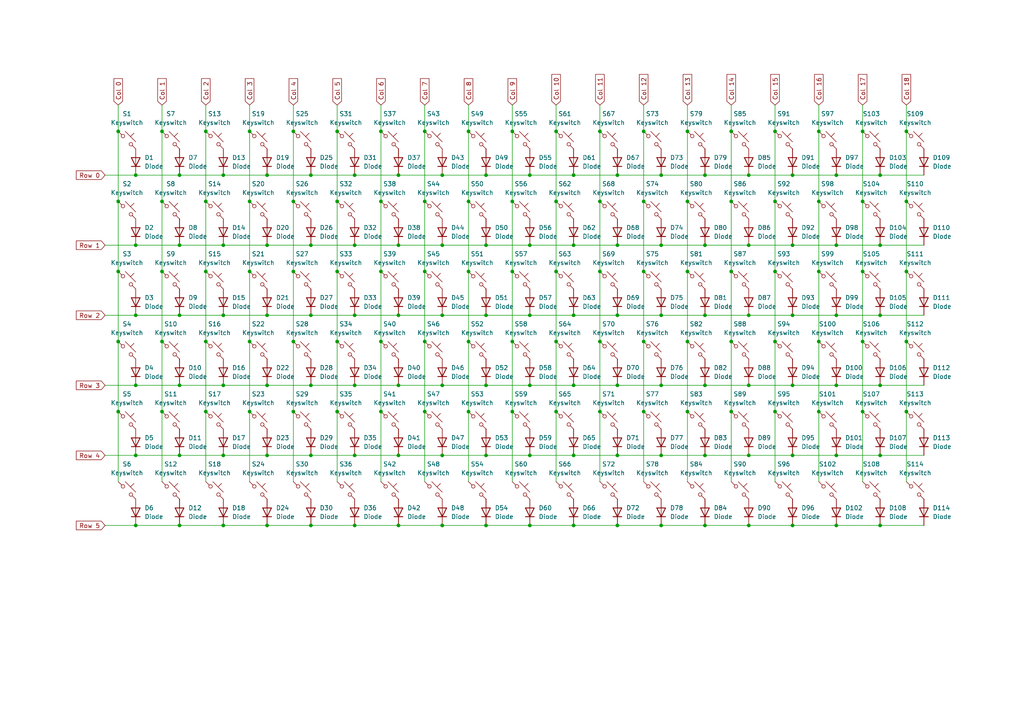
<source format=kicad_sch>
(kicad_sch (version 20231120) (generator "eeschema") (generator_version "8.0")
  (paper "A4")
  (title_block (title "Key Matrix"))
  (junction (at 97.79 99.06))
  (junction (at 46.99 119.38))
  (junction (at 153.67 71.12))
  (junction (at 77.47 152.4))
  (junction (at 255.27 71.12))
  (junction (at 90.17 71.12))
  (junction (at 186.69 99.06))
  (junction (at 140.97 111.76))
  (junction (at 242.57 132.08))
  (junction (at 135.89 119.38))
  (junction (at 166.37 132.08))
  (junction (at 115.57 71.12))
  (junction (at 110.49 58.42))
  (junction (at 59.69 38.1))
  (junction (at 161.29 58.42))
  (junction (at 255.27 152.4))
  (junction (at 250.19 99.06))
  (junction (at 128.27 111.76))
  (junction (at 224.79 38.1))
  (junction (at 39.37 91.44))
  (junction (at 179.07 50.8))
  (junction (at 72.39 78.74))
  (junction (at 46.99 58.42))
  (junction (at 110.49 78.74))
  (junction (at 77.47 50.8))
  (junction (at 242.57 50.8))
  (junction (at 97.79 58.42))
  (junction (at 85.09 58.42))
  (junction (at 59.69 58.42))
  (junction (at 34.29 58.42))
  (junction (at 34.29 38.1))
  (junction (at 85.09 119.38))
  (junction (at 140.97 132.08))
  (junction (at 262.89 58.42))
  (junction (at 255.27 132.08))
  (junction (at 64.77 152.4))
  (junction (at 115.57 111.76))
  (junction (at 110.49 38.1))
  (junction (at 229.87 132.08))
  (junction (at 242.57 71.12))
  (junction (at 224.79 119.38))
  (junction (at 212.09 119.38))
  (junction (at 123.19 58.42))
  (junction (at 140.97 91.44))
  (junction (at 140.97 50.8))
  (junction (at 199.39 38.1))
  (junction (at 148.59 58.42))
  (junction (at 191.77 91.44))
  (junction (at 217.17 71.12))
  (junction (at 39.37 71.12))
  (junction (at 77.47 91.44))
  (junction (at 224.79 99.06))
  (junction (at 153.67 111.76))
  (junction (at 123.19 119.38))
  (junction (at 102.87 111.76))
  (junction (at 153.67 132.08))
  (junction (at 242.57 152.4))
  (junction (at 237.49 58.42))
  (junction (at 204.47 50.8))
  (junction (at 64.77 50.8))
  (junction (at 64.77 71.12))
  (junction (at 173.99 58.42))
  (junction (at 229.87 71.12))
  (junction (at 77.47 111.76))
  (junction (at 166.37 91.44))
  (junction (at 204.47 91.44))
  (junction (at 153.67 152.4))
  (junction (at 161.29 119.38))
  (junction (at 204.47 152.4))
  (junction (at 135.89 99.06))
  (junction (at 85.09 78.74))
  (junction (at 128.27 132.08))
  (junction (at 72.39 99.06))
  (junction (at 90.17 50.8))
  (junction (at 46.99 38.1))
  (junction (at 204.47 71.12))
  (junction (at 115.57 50.8))
  (junction (at 123.19 38.1))
  (junction (at 191.77 111.76))
  (junction (at 123.19 99.06))
  (junction (at 186.69 119.38))
  (junction (at 97.79 78.74))
  (junction (at 148.59 99.06))
  (junction (at 173.99 38.1))
  (junction (at 77.47 132.08))
  (junction (at 34.29 99.06))
  (junction (at 128.27 152.4))
  (junction (at 229.87 91.44))
  (junction (at 204.47 111.76))
  (junction (at 212.09 58.42))
  (junction (at 90.17 152.4))
  (junction (at 102.87 132.08))
  (junction (at 72.39 119.38))
  (junction (at 179.07 91.44))
  (junction (at 59.69 99.06))
  (junction (at 224.79 58.42))
  (junction (at 250.19 119.38))
  (junction (at 52.07 111.76))
  (junction (at 229.87 111.76))
  (junction (at 39.37 152.4))
  (junction (at 217.17 50.8))
  (junction (at 161.29 38.1))
  (junction (at 250.19 38.1))
  (junction (at 97.79 38.1))
  (junction (at 255.27 111.76))
  (junction (at 217.17 152.4))
  (junction (at 148.59 119.38))
  (junction (at 179.07 111.76))
  (junction (at 140.97 71.12))
  (junction (at 77.47 71.12))
  (junction (at 262.89 78.74))
  (junction (at 90.17 132.08))
  (junction (at 191.77 50.8))
  (junction (at 199.39 58.42))
  (junction (at 39.37 111.76))
  (junction (at 39.37 132.08))
  (junction (at 102.87 50.8))
  (junction (at 140.97 152.4))
  (junction (at 85.09 38.1))
  (junction (at 212.09 99.06))
  (junction (at 262.89 119.38))
  (junction (at 135.89 58.42))
  (junction (at 186.69 38.1))
  (junction (at 166.37 71.12))
  (junction (at 34.29 78.74))
  (junction (at 191.77 71.12))
  (junction (at 217.17 91.44))
  (junction (at 46.99 99.06))
  (junction (at 102.87 71.12))
  (junction (at 250.19 58.42))
  (junction (at 173.99 99.06))
  (junction (at 115.57 152.4))
  (junction (at 52.07 91.44))
  (junction (at 39.37 50.8))
  (junction (at 128.27 50.8))
  (junction (at 199.39 119.38))
  (junction (at 59.69 119.38))
  (junction (at 72.39 38.1))
  (junction (at 85.09 99.06))
  (junction (at 237.49 99.06))
  (junction (at 46.99 78.74))
  (junction (at 161.29 99.06))
  (junction (at 90.17 111.76))
  (junction (at 229.87 50.8))
  (junction (at 135.89 78.74))
  (junction (at 59.69 78.74))
  (junction (at 128.27 71.12))
  (junction (at 262.89 38.1))
  (junction (at 52.07 132.08))
  (junction (at 72.39 58.42))
  (junction (at 166.37 50.8))
  (junction (at 52.07 71.12))
  (junction (at 186.69 58.42))
  (junction (at 64.77 132.08))
  (junction (at 186.69 78.74))
  (junction (at 135.89 38.1))
  (junction (at 255.27 91.44))
  (junction (at 237.49 119.38))
  (junction (at 173.99 119.38))
  (junction (at 115.57 132.08))
  (junction (at 179.07 71.12))
  (junction (at 166.37 111.76))
  (junction (at 217.17 132.08))
  (junction (at 179.07 132.08))
  (junction (at 217.17 111.76))
  (junction (at 90.17 91.44))
  (junction (at 191.77 132.08))
  (junction (at 153.67 50.8))
  (junction (at 255.27 50.8))
  (junction (at 64.77 91.44))
  (junction (at 212.09 38.1))
  (junction (at 212.09 78.74))
  (junction (at 242.57 111.76))
  (junction (at 148.59 38.1))
  (junction (at 115.57 91.44))
  (junction (at 204.47 132.08))
  (junction (at 123.19 78.74))
  (junction (at 148.59 78.74))
  (junction (at 110.49 99.06))
  (junction (at 161.29 78.74))
  (junction (at 64.77 111.76))
  (junction (at 166.37 152.4))
  (junction (at 153.67 91.44))
  (junction (at 242.57 91.44))
  (junction (at 262.89 99.06))
  (junction (at 102.87 91.44))
  (junction (at 52.07 50.8))
  (junction (at 97.79 119.38))
  (junction (at 229.87 152.4))
  (junction (at 128.27 91.44))
  (junction (at 224.79 78.74))
  (junction (at 110.49 119.38))
  (junction (at 237.49 38.1))
  (junction (at 102.87 152.4))
  (junction (at 199.39 99.06))
  (junction (at 250.19 78.74))
  (junction (at 199.39 78.74))
  (junction (at 179.07 152.4))
  (junction (at 191.77 152.4))
  (junction (at 52.07 152.4))
  (junction (at 237.49 78.74))
  (junction (at 34.29 119.38))
  (junction (at 173.99 78.74))
  (wire (pts (xy 191.77 152.4) (xy 204.47 152.4)))
  (wire (pts (xy 46.99 119.38) (xy 46.99 139.7)))
  (wire (pts (xy 77.47 152.4) (xy 90.17 152.4)))
  (wire (pts (xy 110.49 119.38) (xy 110.49 139.7)))
  (wire (pts (xy 90.17 91.44) (xy 102.87 91.44)))
  (wire (pts (xy 204.47 152.4) (xy 217.17 152.4)))
  (wire (pts (xy 255.27 111.76) (xy 267.97 111.76)))
  (wire (pts (xy 115.57 152.4) (xy 128.27 152.4)))
  (wire (pts (xy 140.97 111.76) (xy 153.67 111.76)))
  (wire (pts (xy 115.57 50.8) (xy 128.27 50.8)))
  (wire (pts (xy 30.48 50.8) (xy 39.37 50.8)))
  (wire (pts (xy 242.57 152.4) (xy 255.27 152.4)))
  (wire (pts (xy 186.69 119.38) (xy 186.69 139.7)))
  (wire (pts (xy 123.19 30.48) (xy 123.19 38.1)))
  (wire (pts (xy 237.49 99.06) (xy 237.49 119.38)))
  (wire (pts (xy 85.09 99.06) (xy 85.09 119.38)))
  (wire (pts (xy 186.69 58.42) (xy 186.69 78.74)))
  (wire (pts (xy 229.87 71.12) (xy 242.57 71.12)))
  (wire (pts (xy 161.29 99.06) (xy 161.29 119.38)))
  (wire (pts (xy 166.37 71.12) (xy 179.07 71.12)))
  (wire (pts (xy 46.99 99.06) (xy 46.99 119.38)))
  (wire (pts (xy 90.17 152.4) (xy 102.87 152.4)))
  (wire (pts (xy 128.27 71.12) (xy 140.97 71.12)))
  (wire (pts (xy 64.77 111.76) (xy 77.47 111.76)))
  (wire (pts (xy 204.47 111.76) (xy 217.17 111.76)))
  (wire (pts (xy 217.17 132.08) (xy 229.87 132.08)))
  (wire (pts (xy 102.87 132.08) (xy 115.57 132.08)))
  (wire (pts (xy 90.17 111.76) (xy 102.87 111.76)))
  (wire (pts (xy 90.17 71.12) (xy 102.87 71.12)))
  (wire (pts (xy 199.39 78.74) (xy 199.39 99.06)))
  (wire (pts (xy 128.27 152.4) (xy 140.97 152.4)))
  (wire (pts (xy 72.39 78.74) (xy 72.39 99.06)))
  (wire (pts (xy 148.59 99.06) (xy 148.59 119.38)))
  (wire (pts (xy 59.69 119.38) (xy 59.69 139.7)))
  (wire (pts (xy 212.09 99.06) (xy 212.09 119.38)))
  (wire (pts (xy 212.09 30.48) (xy 212.09 38.1)))
  (wire (pts (xy 140.97 71.12) (xy 153.67 71.12)))
  (wire (pts (xy 217.17 152.4) (xy 229.87 152.4)))
  (wire (pts (xy 97.79 99.06) (xy 97.79 119.38)))
  (wire (pts (xy 242.57 50.8) (xy 255.27 50.8)))
  (wire (pts (xy 250.19 58.42) (xy 250.19 78.74)))
  (wire (pts (xy 135.89 99.06) (xy 135.89 119.38)))
  (wire (pts (xy 128.27 132.08) (xy 140.97 132.08)))
  (wire (pts (xy 161.29 30.48) (xy 161.29 38.1)))
  (wire (pts (xy 204.47 91.44) (xy 217.17 91.44)))
  (wire (pts (xy 199.39 30.48) (xy 199.39 38.1)))
  (wire (pts (xy 30.48 132.08) (xy 39.37 132.08)))
  (wire (pts (xy 186.69 38.1) (xy 186.69 58.42)))
  (wire (pts (xy 161.29 38.1) (xy 161.29 58.42)))
  (wire (pts (xy 173.99 78.74) (xy 173.99 99.06)))
  (wire (pts (xy 255.27 50.8) (xy 267.97 50.8)))
  (wire (pts (xy 140.97 152.4) (xy 153.67 152.4)))
  (wire (pts (xy 148.59 58.42) (xy 148.59 78.74)))
  (wire (pts (xy 186.69 30.48) (xy 186.69 38.1)))
  (wire (pts (xy 217.17 91.44) (xy 229.87 91.44)))
  (wire (pts (xy 173.99 30.48) (xy 173.99 38.1)))
  (wire (pts (xy 52.07 91.44) (xy 64.77 91.44)))
  (wire (pts (xy 262.89 30.48) (xy 262.89 38.1)))
  (wire (pts (xy 97.79 30.48) (xy 97.79 38.1)))
  (wire (pts (xy 179.07 50.8) (xy 191.77 50.8)))
  (wire (pts (xy 262.89 99.06) (xy 262.89 119.38)))
  (wire (pts (xy 224.79 78.74) (xy 224.79 99.06)))
  (wire (pts (xy 212.09 119.38) (xy 212.09 139.7)))
  (wire (pts (xy 199.39 58.42) (xy 199.39 78.74)))
  (wire (pts (xy 212.09 78.74) (xy 212.09 99.06)))
  (wire (pts (xy 161.29 119.38) (xy 161.29 139.7)))
  (wire (pts (xy 115.57 132.08) (xy 128.27 132.08)))
  (wire (pts (xy 204.47 71.12) (xy 217.17 71.12)))
  (wire (pts (xy 153.67 132.08) (xy 166.37 132.08)))
  (wire (pts (xy 135.89 119.38) (xy 135.89 139.7)))
  (wire (pts (xy 64.77 50.8) (xy 77.47 50.8)))
  (wire (pts (xy 161.29 58.42) (xy 161.29 78.74)))
  (wire (pts (xy 97.79 78.74) (xy 97.79 99.06)))
  (wire (pts (xy 46.99 78.74) (xy 46.99 99.06)))
  (wire (pts (xy 199.39 119.38) (xy 199.39 139.7)))
  (wire (pts (xy 166.37 132.08) (xy 179.07 132.08)))
  (wire (pts (xy 262.89 38.1) (xy 262.89 58.42)))
  (wire (pts (xy 255.27 71.12) (xy 267.97 71.12)))
  (wire (pts (xy 224.79 99.06) (xy 224.79 119.38)))
  (wire (pts (xy 64.77 132.08) (xy 77.47 132.08)))
  (wire (pts (xy 52.07 152.4) (xy 64.77 152.4)))
  (wire (pts (xy 153.67 91.44) (xy 166.37 91.44)))
  (wire (pts (xy 237.49 119.38) (xy 237.49 139.7)))
  (wire (pts (xy 179.07 71.12) (xy 191.77 71.12)))
  (wire (pts (xy 72.39 30.48) (xy 72.39 38.1)))
  (wire (pts (xy 59.69 78.74) (xy 59.69 99.06)))
  (wire (pts (xy 179.07 111.76) (xy 191.77 111.76)))
  (wire (pts (xy 128.27 50.8) (xy 140.97 50.8)))
  (wire (pts (xy 237.49 38.1) (xy 237.49 58.42)))
  (wire (pts (xy 34.29 99.06) (xy 34.29 119.38)))
  (wire (pts (xy 52.07 50.8) (xy 64.77 50.8)))
  (wire (pts (xy 140.97 50.8) (xy 153.67 50.8)))
  (wire (pts (xy 52.07 71.12) (xy 64.77 71.12)))
  (wire (pts (xy 186.69 99.06) (xy 186.69 119.38)))
  (wire (pts (xy 77.47 91.44) (xy 90.17 91.44)))
  (wire (pts (xy 242.57 132.08) (xy 255.27 132.08)))
  (wire (pts (xy 123.19 78.74) (xy 123.19 99.06)))
  (wire (pts (xy 39.37 152.4) (xy 52.07 152.4)))
  (wire (pts (xy 77.47 50.8) (xy 90.17 50.8)))
  (wire (pts (xy 77.47 111.76) (xy 90.17 111.76)))
  (wire (pts (xy 85.09 58.42) (xy 85.09 78.74)))
  (wire (pts (xy 30.48 91.44) (xy 39.37 91.44)))
  (wire (pts (xy 52.07 132.08) (xy 64.77 132.08)))
  (wire (pts (xy 173.99 38.1) (xy 173.99 58.42)))
  (wire (pts (xy 72.39 99.06) (xy 72.39 119.38)))
  (wire (pts (xy 72.39 119.38) (xy 72.39 139.7)))
  (wire (pts (xy 110.49 30.48) (xy 110.49 38.1)))
  (wire (pts (xy 64.77 71.12) (xy 77.47 71.12)))
  (wire (pts (xy 102.87 50.8) (xy 115.57 50.8)))
  (wire (pts (xy 85.09 78.74) (xy 85.09 99.06)))
  (wire (pts (xy 229.87 152.4) (xy 242.57 152.4)))
  (wire (pts (xy 64.77 152.4) (xy 77.47 152.4)))
  (wire (pts (xy 242.57 91.44) (xy 255.27 91.44)))
  (wire (pts (xy 229.87 111.76) (xy 242.57 111.76)))
  (wire (pts (xy 110.49 58.42) (xy 110.49 78.74)))
  (wire (pts (xy 148.59 30.48) (xy 148.59 38.1)))
  (wire (pts (xy 59.69 30.48) (xy 59.69 38.1)))
  (wire (pts (xy 224.79 30.48) (xy 224.79 38.1)))
  (wire (pts (xy 135.89 58.42) (xy 135.89 78.74)))
  (wire (pts (xy 153.67 152.4) (xy 166.37 152.4)))
  (wire (pts (xy 166.37 111.76) (xy 179.07 111.76)))
  (wire (pts (xy 153.67 50.8) (xy 166.37 50.8)))
  (wire (pts (xy 59.69 99.06) (xy 59.69 119.38)))
  (wire (pts (xy 212.09 58.42) (xy 212.09 78.74)))
  (wire (pts (xy 34.29 58.42) (xy 34.29 78.74)))
  (wire (pts (xy 77.47 132.08) (xy 90.17 132.08)))
  (wire (pts (xy 166.37 91.44) (xy 179.07 91.44)))
  (wire (pts (xy 191.77 50.8) (xy 204.47 50.8)))
  (wire (pts (xy 255.27 132.08) (xy 267.97 132.08)))
  (wire (pts (xy 128.27 111.76) (xy 140.97 111.76)))
  (wire (pts (xy 250.19 30.48) (xy 250.19 38.1)))
  (wire (pts (xy 123.19 99.06) (xy 123.19 119.38)))
  (wire (pts (xy 199.39 38.1) (xy 199.39 58.42)))
  (wire (pts (xy 148.59 119.38) (xy 148.59 139.7)))
  (wire (pts (xy 191.77 111.76) (xy 204.47 111.76)))
  (wire (pts (xy 115.57 91.44) (xy 128.27 91.44)))
  (wire (pts (xy 46.99 58.42) (xy 46.99 78.74)))
  (wire (pts (xy 97.79 38.1) (xy 97.79 58.42)))
  (wire (pts (xy 34.29 119.38) (xy 34.29 139.7)))
  (wire (pts (xy 179.07 91.44) (xy 191.77 91.44)))
  (wire (pts (xy 123.19 58.42) (xy 123.19 78.74)))
  (wire (pts (xy 90.17 132.08) (xy 102.87 132.08)))
  (wire (pts (xy 191.77 71.12) (xy 204.47 71.12)))
  (wire (pts (xy 110.49 99.06) (xy 110.49 119.38)))
  (wire (pts (xy 262.89 78.74) (xy 262.89 99.06)))
  (wire (pts (xy 166.37 50.8) (xy 179.07 50.8)))
  (wire (pts (xy 250.19 38.1) (xy 250.19 58.42)))
  (wire (pts (xy 123.19 38.1) (xy 123.19 58.42)))
  (wire (pts (xy 161.29 78.74) (xy 161.29 99.06)))
  (wire (pts (xy 30.48 111.76) (xy 39.37 111.76)))
  (wire (pts (xy 237.49 30.48) (xy 237.49 38.1)))
  (wire (pts (xy 191.77 132.08) (xy 204.47 132.08)))
  (wire (pts (xy 72.39 58.42) (xy 72.39 78.74)))
  (wire (pts (xy 115.57 71.12) (xy 128.27 71.12)))
  (wire (pts (xy 242.57 111.76) (xy 255.27 111.76)))
  (wire (pts (xy 148.59 78.74) (xy 148.59 99.06)))
  (wire (pts (xy 217.17 111.76) (xy 229.87 111.76)))
  (wire (pts (xy 102.87 152.4) (xy 115.57 152.4)))
  (wire (pts (xy 85.09 30.48) (xy 85.09 38.1)))
  (wire (pts (xy 148.59 38.1) (xy 148.59 58.42)))
  (wire (pts (xy 39.37 71.12) (xy 52.07 71.12)))
  (wire (pts (xy 153.67 111.76) (xy 166.37 111.76)))
  (wire (pts (xy 52.07 111.76) (xy 64.77 111.76)))
  (wire (pts (xy 173.99 58.42) (xy 173.99 78.74)))
  (wire (pts (xy 229.87 91.44) (xy 242.57 91.44)))
  (wire (pts (xy 179.07 132.08) (xy 191.77 132.08)))
  (wire (pts (xy 85.09 38.1) (xy 85.09 58.42)))
  (wire (pts (xy 224.79 38.1) (xy 224.79 58.42)))
  (wire (pts (xy 46.99 38.1) (xy 46.99 58.42)))
  (wire (pts (xy 39.37 50.8) (xy 52.07 50.8)))
  (wire (pts (xy 39.37 111.76) (xy 52.07 111.76)))
  (wire (pts (xy 34.29 38.1) (xy 34.29 58.42)))
  (wire (pts (xy 59.69 38.1) (xy 59.69 58.42)))
  (wire (pts (xy 110.49 38.1) (xy 110.49 58.42)))
  (wire (pts (xy 115.57 111.76) (xy 128.27 111.76)))
  (wire (pts (xy 255.27 91.44) (xy 267.97 91.44)))
  (wire (pts (xy 217.17 50.8) (xy 229.87 50.8)))
  (wire (pts (xy 212.09 38.1) (xy 212.09 58.42)))
  (wire (pts (xy 59.69 58.42) (xy 59.69 78.74)))
  (wire (pts (xy 237.49 78.74) (xy 237.49 99.06)))
  (wire (pts (xy 110.49 78.74) (xy 110.49 99.06)))
  (wire (pts (xy 135.89 38.1) (xy 135.89 58.42)))
  (wire (pts (xy 39.37 132.08) (xy 52.07 132.08)))
  (wire (pts (xy 224.79 119.38) (xy 224.79 139.7)))
  (wire (pts (xy 250.19 99.06) (xy 250.19 119.38)))
  (wire (pts (xy 237.49 58.42) (xy 237.49 78.74)))
  (wire (pts (xy 229.87 50.8) (xy 242.57 50.8)))
  (wire (pts (xy 85.09 119.38) (xy 85.09 139.7)))
  (wire (pts (xy 242.57 71.12) (xy 255.27 71.12)))
  (wire (pts (xy 30.48 71.12) (xy 39.37 71.12)))
  (wire (pts (xy 102.87 111.76) (xy 115.57 111.76)))
  (wire (pts (xy 199.39 99.06) (xy 199.39 119.38)))
  (wire (pts (xy 128.27 91.44) (xy 140.97 91.44)))
  (wire (pts (xy 255.27 152.4) (xy 267.97 152.4)))
  (wire (pts (xy 173.99 119.38) (xy 173.99 139.7)))
  (wire (pts (xy 179.07 152.4) (xy 191.77 152.4)))
  (wire (pts (xy 153.67 71.12) (xy 166.37 71.12)))
  (wire (pts (xy 262.89 58.42) (xy 262.89 78.74)))
  (wire (pts (xy 140.97 91.44) (xy 153.67 91.44)))
  (wire (pts (xy 135.89 30.48) (xy 135.89 38.1)))
  (wire (pts (xy 140.97 132.08) (xy 153.67 132.08)))
  (wire (pts (xy 72.39 38.1) (xy 72.39 58.42)))
  (wire (pts (xy 90.17 50.8) (xy 102.87 50.8)))
  (wire (pts (xy 204.47 50.8) (xy 217.17 50.8)))
  (wire (pts (xy 186.69 78.74) (xy 186.69 99.06)))
  (wire (pts (xy 204.47 132.08) (xy 217.17 132.08)))
  (wire (pts (xy 191.77 91.44) (xy 204.47 91.44)))
  (wire (pts (xy 64.77 91.44) (xy 77.47 91.44)))
  (wire (pts (xy 250.19 119.38) (xy 250.19 139.7)))
  (wire (pts (xy 224.79 58.42) (xy 224.79 78.74)))
  (wire (pts (xy 262.89 119.38) (xy 262.89 139.7)))
  (wire (pts (xy 30.48 152.4) (xy 39.37 152.4)))
  (wire (pts (xy 229.87 132.08) (xy 242.57 132.08)))
  (wire (pts (xy 34.29 30.48) (xy 34.29 38.1)))
  (wire (pts (xy 102.87 91.44) (xy 115.57 91.44)))
  (wire (pts (xy 217.17 71.12) (xy 229.87 71.12)))
  (wire (pts (xy 77.47 71.12) (xy 90.17 71.12)))
  (wire (pts (xy 34.29 78.74) (xy 34.29 99.06)))
  (wire (pts (xy 250.19 78.74) (xy 250.19 99.06)))
  (wire (pts (xy 97.79 119.38) (xy 97.79 139.7)))
  (wire (pts (xy 135.89 78.74) (xy 135.89 99.06)))
  (wire (pts (xy 173.99 99.06) (xy 173.99 119.38)))
  (wire (pts (xy 102.87 71.12) (xy 115.57 71.12)))
  (wire (pts (xy 46.99 30.48) (xy 46.99 38.1)))
  (wire (pts (xy 97.79 58.42) (xy 97.79 78.74)))
  (wire (pts (xy 39.37 91.44) (xy 52.07 91.44)))
  (wire (pts (xy 166.37 152.4) (xy 179.07 152.4)))
  (wire (pts (xy 123.19 119.38) (xy 123.19 139.7)))
  (global_label "Col 17" (shape input) (at 250.19 30.48 90) (property "Intersheetrefs" "${INTERSHEET_REFS}" (effects (hide yes))))
  (global_label "Col 12" (shape input) (at 186.69 30.48 90) (property "Intersheetrefs" "${INTERSHEET_REFS}" (effects (hide yes))))
  (global_label "Col 8" (shape input) (at 135.89 30.48 90) (property "Intersheetrefs" "${INTERSHEET_REFS}" (effects (hide yes))))
  (global_label "Col 1" (shape input) (at 46.99 30.48 90) (property "Intersheetrefs" "${INTERSHEET_REFS}" (effects (hide yes))))
  (global_label "Col 6" (shape input) (at 110.49 30.48 90) (property "Intersheetrefs" "${INTERSHEET_REFS}" (effects (hide yes))))
  (global_label "Row 5" (shape input) (at 30.48 152.4 180) (property "Intersheetrefs" "${INTERSHEET_REFS}" (effects (hide yes))))
  (global_label "Col 13" (shape input) (at 199.39 30.48 90) (property "Intersheetrefs" "${INTERSHEET_REFS}" (effects (hide yes))))
  (global_label "Col 4" (shape input) (at 85.09 30.48 90) (property "Intersheetrefs" "${INTERSHEET_REFS}" (effects (hide yes))))
  (global_label "Row 2" (shape input) (at 30.48 91.44 180) (property "Intersheetrefs" "${INTERSHEET_REFS}" (effects (hide yes))))
  (global_label "Col 3" (shape input) (at 72.39 30.48 90) (property "Intersheetrefs" "${INTERSHEET_REFS}" (effects (hide yes))))
  (global_label "Row 0" (shape input) (at 30.48 50.8 180) (property "Intersheetrefs" "${INTERSHEET_REFS}" (effects (hide yes))))
  (global_label "Col 10" (shape input) (at 161.29 30.48 90) (property "Intersheetrefs" "${INTERSHEET_REFS}" (effects (hide yes))))
  (global_label "Col 9" (shape input) (at 148.59 30.48 90) (property "Intersheetrefs" "${INTERSHEET_REFS}" (effects (hide yes))))
  (global_label "Col 2" (shape input) (at 59.69 30.48 90) (property "Intersheetrefs" "${INTERSHEET_REFS}" (effects (hide yes))))
  (global_label "Col 14" (shape input) (at 212.09 30.48 90) (property "Intersheetrefs" "${INTERSHEET_REFS}" (effects (hide yes))))
  (global_label "Col 18" (shape input) (at 262.89 30.48 90) (property "Intersheetrefs" "${INTERSHEET_REFS}" (effects (hide yes))))
  (global_label "Col 16" (shape input) (at 237.49 30.48 90) (property "Intersheetrefs" "${INTERSHEET_REFS}" (effects (hide yes))))
  (global_label "Row 1" (shape input) (at 30.48 71.12 180) (property "Intersheetrefs" "${INTERSHEET_REFS}" (effects (hide yes))))
  (global_label "Col 15" (shape input) (at 224.79 30.48 90) (property "Intersheetrefs" "${INTERSHEET_REFS}" (effects (hide yes))))
  (global_label "Col 11" (shape input) (at 173.99 30.48 90) (property "Intersheetrefs" "${INTERSHEET_REFS}" (effects (hide yes))))
  (global_label "Col 7" (shape input) (at 123.19 30.48 90) (property "Intersheetrefs" "${INTERSHEET_REFS}" (effects (hide yes))))
  (global_label "Row 3" (shape input) (at 30.48 111.76 180) (property "Intersheetrefs" "${INTERSHEET_REFS}" (effects (hide yes))))
  (global_label "Row 4" (shape input) (at 30.48 132.08 180) (property "Intersheetrefs" "${INTERSHEET_REFS}" (effects (hide yes))))
  (global_label "Col 5" (shape input) (at 97.79 30.48 90) (property "Intersheetrefs" "${INTERSHEET_REFS}" (effects (hide yes))))
  (global_label "Col 0" (shape input) (at 34.29 30.48 90) (property "Intersheetrefs" "${INTERSHEET_REFS}" (effects (hide yes))))
  (symbol (lib_id "ScottoKeebs:Placeholder_Diode") (at 255.27 148.59 90) (unit 1)
    (property "Reference" "D108" (at 257.81 147.3199 90) (effects (justify right)))
    (property "Value" "Diode" (at 257.81 149.8599 90) (effects (justify right)))
    (property "Footprint" "ScottoKeebs_Components:Diode_SOD-123" (effects (hide yes)))
    (property "Description" "1N4148 (DO-35) or 1N4148W (SOD-123)" (effects (hide yes)))
    (property "Sim.Device" "D" (effects (hide yes)))
    (property "Sim.Pins" "1=K 2=A" (effects (hide yes)))
  )
  (symbol (lib_id "ScottoKeebs:Placeholder_Keyswitch") (at 240.03 101.6 0) (unit 1)
    (property "Reference" "S100" (at 240.03 93.98 0))
    (property "Value" "Keyswitch" (at 240.03 96.52 0))
    (property "Footprint" "ScottoKeebs_Hotswap:Hotswap_MX_1.00u" (effects (hide yes)))
    (property "Description" "Push button switch, normally open, two pins, 45° tilted" (effects (hide yes)))
  )
  (symbol (lib_id "ScottoKeebs:Placeholder_Keyswitch") (at 113.03 60.96 0) (unit 1)
    (property "Reference" "S38" (at 113.03 53.34 0))
    (property "Value" "Keyswitch" (at 113.03 55.88 0))
    (property "Footprint" "ScottoKeebs_Hotswap:Hotswap_MX_1.00u" (effects (hide yes)))
    (property "Description" "Push button switch, normally open, two pins, 45° tilted" (effects (hide yes)))
  )
  (symbol (lib_id "ScottoKeebs:Placeholder_Diode") (at 52.07 128.27 90) (unit 1)
    (property "Reference" "D11" (at 54.61 126.9999 90) (effects (justify right)))
    (property "Value" "Diode" (at 54.61 129.5399 90) (effects (justify right)))
    (property "Footprint" "ScottoKeebs_Components:Diode_SOD-123" (effects (hide yes)))
    (property "Description" "1N4148 (DO-35) or 1N4148W (SOD-123)" (effects (hide yes)))
    (property "Sim.Device" "D" (effects (hide yes)))
    (property "Sim.Pins" "1=K 2=A" (effects (hide yes)))
  )
  (symbol (lib_id "ScottoKeebs:Placeholder_Keyswitch") (at 62.23 40.64 0) (unit 1)
    (property "Reference" "S13" (at 62.23 33.02 0))
    (property "Value" "Keyswitch" (at 62.23 35.56 0))
    (property "Footprint" "ScottoKeebs_Hotswap:Hotswap_MX_1.00u" (effects (hide yes)))
    (property "Description" "Push button switch, normally open, two pins, 45° tilted" (effects (hide yes)))
  )
  (symbol (lib_id "ScottoKeebs:Placeholder_Diode") (at 39.37 148.59 90) (unit 1)
    (property "Reference" "D6" (at 41.91 147.3199 90) (effects (justify right)))
    (property "Value" "Diode" (at 41.91 149.8599 90) (effects (justify right)))
    (property "Footprint" "ScottoKeebs_Components:Diode_SOD-123" (effects (hide yes)))
    (property "Description" "1N4148 (DO-35) or 1N4148W (SOD-123)" (effects (hide yes)))
    (property "Sim.Device" "D" (effects (hide yes)))
    (property "Sim.Pins" "1=K 2=A" (effects (hide yes)))
  )
  (symbol (lib_id "ScottoKeebs:Placeholder_Diode") (at 267.97 67.31 90) (unit 1)
    (property "Reference" "D110" (at 270.51 66.0399 90) (effects (justify right)))
    (property "Value" "Diode" (at 270.51 68.5799 90) (effects (justify right)))
    (property "Footprint" "ScottoKeebs_Components:Diode_SOD-123" (effects (hide yes)))
    (property "Description" "1N4148 (DO-35) or 1N4148W (SOD-123)" (effects (hide yes)))
    (property "Sim.Device" "D" (effects (hide yes)))
    (property "Sim.Pins" "1=K 2=A" (effects (hide yes)))
  )
  (symbol (lib_id "ScottoKeebs:Placeholder_Keyswitch") (at 36.83 60.96 0) (unit 1)
    (property "Reference" "S2" (at 36.83 53.34 0))
    (property "Value" "Keyswitch" (at 36.83 55.88 0))
    (property "Footprint" "ScottoKeebs_Hotswap:Hotswap_MX_1.00u" (effects (hide yes)))
    (property "Description" "Push button switch, normally open, two pins, 45° tilted" (effects (hide yes)))
  )
  (symbol (lib_id "ScottoKeebs:Placeholder_Keyswitch") (at 189.23 121.92 0) (unit 1)
    (property "Reference" "S77" (at 189.23 114.3 0))
    (property "Value" "Keyswitch" (at 189.23 116.84 0))
    (property "Footprint" "ScottoKeebs_Hotswap:Hotswap_MX_1.00u" (effects (hide yes)))
    (property "Description" "Push button switch, normally open, two pins, 45° tilted" (effects (hide yes)))
  )
  (symbol (lib_id "ScottoKeebs:Placeholder_Keyswitch") (at 163.83 121.92 0) (unit 1)
    (property "Reference" "S65" (at 163.83 114.3 0))
    (property "Value" "Keyswitch" (at 163.83 116.84 0))
    (property "Footprint" "ScottoKeebs_Hotswap:Hotswap_MX_1.00u" (effects (hide yes)))
    (property "Description" "Push button switch, normally open, two pins, 45° tilted" (effects (hide yes)))
  )
  (symbol (lib_id "ScottoKeebs:Placeholder_Keyswitch") (at 151.13 101.6 0) (unit 1)
    (property "Reference" "S58" (at 151.13 93.98 0))
    (property "Value" "Keyswitch" (at 151.13 96.52 0))
    (property "Footprint" "ScottoKeebs_Hotswap:Hotswap_MX_1.00u" (effects (hide yes)))
    (property "Description" "Push button switch, normally open, two pins, 45° tilted" (effects (hide yes)))
  )
  (symbol (lib_id "ScottoKeebs:Placeholder_Keyswitch") (at 201.93 81.28 0) (unit 1)
    (property "Reference" "S81" (at 201.93 73.66 0))
    (property "Value" "Keyswitch" (at 201.93 76.2 0))
    (property "Footprint" "ScottoKeebs_Hotswap:Hotswap_MX_1.00u" (effects (hide yes)))
    (property "Description" "Push button switch, normally open, two pins, 45° tilted" (effects (hide yes)))
  )
  (symbol (lib_id "ScottoKeebs:Placeholder_Diode") (at 204.47 87.63 90) (unit 1)
    (property "Reference" "D81" (at 207.01 86.3599 90) (effects (justify right)))
    (property "Value" "Diode" (at 207.01 88.8999 90) (effects (justify right)))
    (property "Footprint" "ScottoKeebs_Components:Diode_SOD-123" (effects (hide yes)))
    (property "Description" "1N4148 (DO-35) or 1N4148W (SOD-123)" (effects (hide yes)))
    (property "Sim.Device" "D" (effects (hide yes)))
    (property "Sim.Pins" "1=K 2=A" (effects (hide yes)))
  )
  (symbol (lib_id "ScottoKeebs:Placeholder_Keyswitch") (at 100.33 121.92 0) (unit 1)
    (property "Reference" "S35" (at 100.33 114.3 0))
    (property "Value" "Keyswitch" (at 100.33 116.84 0))
    (property "Footprint" "ScottoKeebs_Hotswap:Hotswap_MX_1.00u" (effects (hide yes)))
    (property "Description" "Push button switch, normally open, two pins, 45° tilted" (effects (hide yes)))
  )
  (symbol (lib_id "ScottoKeebs:Placeholder_Keyswitch") (at 227.33 40.64 0) (unit 1)
    (property "Reference" "S91" (at 227.33 33.02 0))
    (property "Value" "Keyswitch" (at 227.33 35.56 0))
    (property "Footprint" "ScottoKeebs_Hotswap:Hotswap_MX_1.00u" (effects (hide yes)))
    (property "Description" "Push button switch, normally open, two pins, 45° tilted" (effects (hide yes)))
  )
  (symbol (lib_id "ScottoKeebs:Placeholder_Keyswitch") (at 151.13 142.24 0) (unit 1)
    (property "Reference" "S60" (at 151.13 134.62 0))
    (property "Value" "Keyswitch" (at 151.13 137.16 0))
    (property "Footprint" "ScottoKeebs_Hotswap:Hotswap_MX_1.00u" (effects (hide yes)))
    (property "Description" "Push button switch, normally open, two pins, 45° tilted" (effects (hide yes)))
  )
  (symbol (lib_id "ScottoKeebs:Placeholder_Diode") (at 179.07 46.99 90) (unit 1)
    (property "Reference" "D67" (at 181.61 45.7199 90) (effects (justify right)))
    (property "Value" "Diode" (at 181.61 48.2599 90) (effects (justify right)))
    (property "Footprint" "ScottoKeebs_Components:Diode_SOD-123" (effects (hide yes)))
    (property "Description" "1N4148 (DO-35) or 1N4148W (SOD-123)" (effects (hide yes)))
    (property "Sim.Device" "D" (effects (hide yes)))
    (property "Sim.Pins" "1=K 2=A" (effects (hide yes)))
  )
  (symbol (lib_id "ScottoKeebs:Placeholder_Keyswitch") (at 252.73 101.6 0) (unit 1)
    (property "Reference" "S106" (at 252.73 93.98 0))
    (property "Value" "Keyswitch" (at 252.73 96.52 0))
    (property "Footprint" "ScottoKeebs_Hotswap:Hotswap_MX_1.00u" (effects (hide yes)))
    (property "Description" "Push button switch, normally open, two pins, 45° tilted" (effects (hide yes)))
  )
  (symbol (lib_id "ScottoKeebs:Placeholder_Keyswitch") (at 265.43 81.28 0) (unit 1)
    (property "Reference" "S111" (at 265.43 73.66 0))
    (property "Value" "Keyswitch" (at 265.43 76.2 0))
    (property "Footprint" "ScottoKeebs_Hotswap:Hotswap_MX_1.00u" (effects (hide yes)))
    (property "Description" "Push button switch, normally open, two pins, 45° tilted" (effects (hide yes)))
  )
  (symbol (lib_id "ScottoKeebs:Placeholder_Diode") (at 64.77 107.95 90) (unit 1)
    (property "Reference" "D16" (at 67.31 106.6799 90) (effects (justify right)))
    (property "Value" "Diode" (at 67.31 109.2199 90) (effects (justify right)))
    (property "Footprint" "ScottoKeebs_Components:Diode_SOD-123" (effects (hide yes)))
    (property "Description" "1N4148 (DO-35) or 1N4148W (SOD-123)" (effects (hide yes)))
    (property "Sim.Device" "D" (effects (hide yes)))
    (property "Sim.Pins" "1=K 2=A" (effects (hide yes)))
  )
  (symbol (lib_id "ScottoKeebs:Placeholder_Diode") (at 255.27 128.27 90) (unit 1)
    (property "Reference" "D107" (at 257.81 126.9999 90) (effects (justify right)))
    (property "Value" "Diode" (at 257.81 129.5399 90) (effects (justify right)))
    (property "Footprint" "ScottoKeebs_Components:Diode_SOD-123" (effects (hide yes)))
    (property "Description" "1N4148 (DO-35) or 1N4148W (SOD-123)" (effects (hide yes)))
    (property "Sim.Device" "D" (effects (hide yes)))
    (property "Sim.Pins" "1=K 2=A" (effects (hide yes)))
  )
  (symbol (lib_id "ScottoKeebs:Placeholder_Diode") (at 140.97 46.99 90) (unit 1)
    (property "Reference" "D49" (at 143.51 45.7199 90) (effects (justify right)))
    (property "Value" "Diode" (at 143.51 48.2599 90) (effects (justify right)))
    (property "Footprint" "ScottoKeebs_Components:Diode_SOD-123" (effects (hide yes)))
    (property "Description" "1N4148 (DO-35) or 1N4148W (SOD-123)" (effects (hide yes)))
    (property "Sim.Device" "D" (effects (hide yes)))
    (property "Sim.Pins" "1=K 2=A" (effects (hide yes)))
  )
  (symbol (lib_id "ScottoKeebs:Placeholder_Keyswitch") (at 265.43 60.96 0) (unit 1)
    (property "Reference" "S110" (at 265.43 53.34 0))
    (property "Value" "Keyswitch" (at 265.43 55.88 0))
    (property "Footprint" "ScottoKeebs_Hotswap:Hotswap_MX_1.00u" (effects (hide yes)))
    (property "Description" "Push button switch, normally open, two pins, 45° tilted" (effects (hide yes)))
  )
  (symbol (lib_id "ScottoKeebs:Placeholder_Keyswitch") (at 62.23 60.96 0) (unit 1)
    (property "Reference" "S14" (at 62.23 53.34 0))
    (property "Value" "Keyswitch" (at 62.23 55.88 0))
    (property "Footprint" "ScottoKeebs_Hotswap:Hotswap_MX_1.00u" (effects (hide yes)))
    (property "Description" "Push button switch, normally open, two pins, 45° tilted" (effects (hide yes)))
  )
  (symbol (lib_id "ScottoKeebs:Placeholder_Diode") (at 128.27 107.95 90) (unit 1)
    (property "Reference" "D46" (at 130.81 106.6799 90) (effects (justify right)))
    (property "Value" "Diode" (at 130.81 109.2199 90) (effects (justify right)))
    (property "Footprint" "ScottoKeebs_Components:Diode_SOD-123" (effects (hide yes)))
    (property "Description" "1N4148 (DO-35) or 1N4148W (SOD-123)" (effects (hide yes)))
    (property "Sim.Device" "D" (effects (hide yes)))
    (property "Sim.Pins" "1=K 2=A" (effects (hide yes)))
  )
  (symbol (lib_id "ScottoKeebs:Placeholder_Keyswitch") (at 151.13 60.96 0) (unit 1)
    (property "Reference" "S56" (at 151.13 53.34 0))
    (property "Value" "Keyswitch" (at 151.13 55.88 0))
    (property "Footprint" "ScottoKeebs_Hotswap:Hotswap_MX_1.00u" (effects (hide yes)))
    (property "Description" "Push button switch, normally open, two pins, 45° tilted" (effects (hide yes)))
  )
  (symbol (lib_id "ScottoKeebs:Placeholder_Diode") (at 217.17 67.31 90) (unit 1)
    (property "Reference" "D86" (at 219.71 66.0399 90) (effects (justify right)))
    (property "Value" "Diode" (at 219.71 68.5799 90) (effects (justify right)))
    (property "Footprint" "ScottoKeebs_Components:Diode_SOD-123" (effects (hide yes)))
    (property "Description" "1N4148 (DO-35) or 1N4148W (SOD-123)" (effects (hide yes)))
    (property "Sim.Device" "D" (effects (hide yes)))
    (property "Sim.Pins" "1=K 2=A" (effects (hide yes)))
  )
  (symbol (lib_id "ScottoKeebs:Placeholder_Diode") (at 102.87 67.31 90) (unit 1)
    (property "Reference" "D32" (at 105.41 66.0399 90) (effects (justify right)))
    (property "Value" "Diode" (at 105.41 68.5799 90) (effects (justify right)))
    (property "Footprint" "ScottoKeebs_Components:Diode_SOD-123" (effects (hide yes)))
    (property "Description" "1N4148 (DO-35) or 1N4148W (SOD-123)" (effects (hide yes)))
    (property "Sim.Device" "D" (effects (hide yes)))
    (property "Sim.Pins" "1=K 2=A" (effects (hide yes)))
  )
  (symbol (lib_id "ScottoKeebs:Placeholder_Diode") (at 153.67 128.27 90) (unit 1)
    (property "Reference" "D59" (at 156.21 126.9999 90) (effects (justify right)))
    (property "Value" "Diode" (at 156.21 129.5399 90) (effects (justify right)))
    (property "Footprint" "ScottoKeebs_Components:Diode_SOD-123" (effects (hide yes)))
    (property "Description" "1N4148 (DO-35) or 1N4148W (SOD-123)" (effects (hide yes)))
    (property "Sim.Device" "D" (effects (hide yes)))
    (property "Sim.Pins" "1=K 2=A" (effects (hide yes)))
  )
  (symbol (lib_id "ScottoKeebs:Placeholder_Keyswitch") (at 138.43 142.24 0) (unit 1)
    (property "Reference" "S54" (at 138.43 134.62 0))
    (property "Value" "Keyswitch" (at 138.43 137.16 0))
    (property "Footprint" "ScottoKeebs_Hotswap:Hotswap_MX_1.00u" (effects (hide yes)))
    (property "Description" "Push button switch, normally open, two pins, 45° tilted" (effects (hide yes)))
  )
  (symbol (lib_id "ScottoKeebs:Placeholder_Keyswitch") (at 125.73 40.64 0) (unit 1)
    (property "Reference" "S43" (at 125.73 33.02 0))
    (property "Value" "Keyswitch" (at 125.73 35.56 0))
    (property "Footprint" "ScottoKeebs_Hotswap:Hotswap_MX_1.00u" (effects (hide yes)))
    (property "Description" "Push button switch, normally open, two pins, 45° tilted" (effects (hide yes)))
  )
  (symbol (lib_id "ScottoKeebs:Placeholder_Diode") (at 191.77 67.31 90) (unit 1)
    (property "Reference" "D74" (at 194.31 66.0399 90) (effects (justify right)))
    (property "Value" "Diode" (at 194.31 68.5799 90) (effects (justify right)))
    (property "Footprint" "ScottoKeebs_Components:Diode_SOD-123" (effects (hide yes)))
    (property "Description" "1N4148 (DO-35) or 1N4148W (SOD-123)" (effects (hide yes)))
    (property "Sim.Device" "D" (effects (hide yes)))
    (property "Sim.Pins" "1=K 2=A" (effects (hide yes)))
  )
  (symbol (lib_id "ScottoKeebs:Placeholder_Keyswitch") (at 36.83 142.24 0) (unit 1)
    (property "Reference" "S6" (at 36.83 134.62 0))
    (property "Value" "Keyswitch" (at 36.83 137.16 0))
    (property "Footprint" "ScottoKeebs_Hotswap:Hotswap_MX_1.00u" (effects (hide yes)))
    (property "Description" "Push button switch, normally open, two pins, 45° tilted" (effects (hide yes)))
  )
  (symbol (lib_id "ScottoKeebs:Placeholder_Keyswitch") (at 62.23 121.92 0) (unit 1)
    (property "Reference" "S17" (at 62.23 114.3 0))
    (property "Value" "Keyswitch" (at 62.23 116.84 0))
    (property "Footprint" "ScottoKeebs_Hotswap:Hotswap_MX_1.00u" (effects (hide yes)))
    (property "Description" "Push button switch, normally open, two pins, 45° tilted" (effects (hide yes)))
  )
  (symbol (lib_id "ScottoKeebs:Placeholder_Diode") (at 191.77 107.95 90) (unit 1)
    (property "Reference" "D76" (at 194.31 106.6799 90) (effects (justify right)))
    (property "Value" "Diode" (at 194.31 109.2199 90) (effects (justify right)))
    (property "Footprint" "ScottoKeebs_Components:Diode_SOD-123" (effects (hide yes)))
    (property "Description" "1N4148 (DO-35) or 1N4148W (SOD-123)" (effects (hide yes)))
    (property "Sim.Device" "D" (effects (hide yes)))
    (property "Sim.Pins" "1=K 2=A" (effects (hide yes)))
  )
  (symbol (lib_id "ScottoKeebs:Placeholder_Diode") (at 204.47 128.27 90) (unit 1)
    (property "Reference" "D83" (at 207.01 126.9999 90) (effects (justify right)))
    (property "Value" "Diode" (at 207.01 129.5399 90) (effects (justify right)))
    (property "Footprint" "ScottoKeebs_Components:Diode_SOD-123" (effects (hide yes)))
    (property "Description" "1N4148 (DO-35) or 1N4148W (SOD-123)" (effects (hide yes)))
    (property "Sim.Device" "D" (effects (hide yes)))
    (property "Sim.Pins" "1=K 2=A" (effects (hide yes)))
  )
  (symbol (lib_id "ScottoKeebs:Placeholder_Diode") (at 229.87 128.27 90) (unit 1)
    (property "Reference" "D95" (at 232.41 126.9999 90) (effects (justify right)))
    (property "Value" "Diode" (at 232.41 129.5399 90) (effects (justify right)))
    (property "Footprint" "ScottoKeebs_Components:Diode_SOD-123" (effects (hide yes)))
    (property "Description" "1N4148 (DO-35) or 1N4148W (SOD-123)" (effects (hide yes)))
    (property "Sim.Device" "D" (effects (hide yes)))
    (property "Sim.Pins" "1=K 2=A" (effects (hide yes)))
  )
  (symbol (lib_id "ScottoKeebs:Placeholder_Keyswitch") (at 240.03 81.28 0) (unit 1)
    (property "Reference" "S99" (at 240.03 73.66 0))
    (property "Value" "Keyswitch" (at 240.03 76.2 0))
    (property "Footprint" "ScottoKeebs_Hotswap:Hotswap_MX_1.00u" (effects (hide yes)))
    (property "Description" "Push button switch, normally open, two pins, 45° tilted" (effects (hide yes)))
  )
  (symbol (lib_id "ScottoKeebs:Placeholder_Keyswitch") (at 240.03 142.24 0) (unit 1)
    (property "Reference" "S102" (at 240.03 134.62 0))
    (property "Value" "Keyswitch" (at 240.03 137.16 0))
    (property "Footprint" "ScottoKeebs_Hotswap:Hotswap_MX_1.00u" (effects (hide yes)))
    (property "Description" "Push button switch, normally open, two pins, 45° tilted" (effects (hide yes)))
  )
  (symbol (lib_id "ScottoKeebs:Placeholder_Diode") (at 128.27 128.27 90) (unit 1)
    (property "Reference" "D47" (at 130.81 126.9999 90) (effects (justify right)))
    (property "Value" "Diode" (at 130.81 129.5399 90) (effects (justify right)))
    (property "Footprint" "ScottoKeebs_Components:Diode_SOD-123" (effects (hide yes)))
    (property "Description" "1N4148 (DO-35) or 1N4148W (SOD-123)" (effects (hide yes)))
    (property "Sim.Device" "D" (effects (hide yes)))
    (property "Sim.Pins" "1=K 2=A" (effects (hide yes)))
  )
  (symbol (lib_id "ScottoKeebs:Placeholder_Diode") (at 77.47 87.63 90) (unit 1)
    (property "Reference" "D21" (at 80.01 86.3599 90) (effects (justify right)))
    (property "Value" "Diode" (at 80.01 88.8999 90) (effects (justify right)))
    (property "Footprint" "ScottoKeebs_Components:Diode_SOD-123" (effects (hide yes)))
    (property "Description" "1N4148 (DO-35) or 1N4148W (SOD-123)" (effects (hide yes)))
    (property "Sim.Device" "D" (effects (hide yes)))
    (property "Sim.Pins" "1=K 2=A" (effects (hide yes)))
  )
  (symbol (lib_id "ScottoKeebs:Placeholder_Keyswitch") (at 227.33 142.24 0) (unit 1)
    (property "Reference" "S96" (at 227.33 134.62 0))
    (property "Value" "Keyswitch" (at 227.33 137.16 0))
    (property "Footprint" "ScottoKeebs_Hotswap:Hotswap_MX_1.00u" (effects (hide yes)))
    (property "Description" "Push button switch, normally open, two pins, 45° tilted" (effects (hide yes)))
  )
  (symbol (lib_id "ScottoKeebs:Placeholder_Keyswitch") (at 163.83 60.96 0) (unit 1)
    (property "Reference" "S62" (at 163.83 53.34 0))
    (property "Value" "Keyswitch" (at 163.83 55.88 0))
    (property "Footprint" "ScottoKeebs_Hotswap:Hotswap_MX_1.00u" (effects (hide yes)))
    (property "Description" "Push button switch, normally open, two pins, 45° tilted" (effects (hide yes)))
  )
  (symbol (lib_id "ScottoKeebs:Placeholder_Keyswitch") (at 189.23 40.64 0) (unit 1)
    (property "Reference" "S73" (at 189.23 33.02 0))
    (property "Value" "Keyswitch" (at 189.23 35.56 0))
    (property "Footprint" "ScottoKeebs_Hotswap:Hotswap_MX_1.00u" (effects (hide yes)))
    (property "Description" "Push button switch, normally open, two pins, 45° tilted" (effects (hide yes)))
  )
  (symbol (lib_id "ScottoKeebs:Placeholder_Diode") (at 39.37 67.31 90) (unit 1)
    (property "Reference" "D2" (at 41.91 66.0399 90) (effects (justify right)))
    (property "Value" "Diode" (at 41.91 68.5799 90) (effects (justify right)))
    (property "Footprint" "ScottoKeebs_Components:Diode_SOD-123" (effects (hide yes)))
    (property "Description" "1N4148 (DO-35) or 1N4148W (SOD-123)" (effects (hide yes)))
    (property "Sim.Device" "D" (effects (hide yes)))
    (property "Sim.Pins" "1=K 2=A" (effects (hide yes)))
  )
  (symbol (lib_id "ScottoKeebs:Placeholder_Diode") (at 52.07 46.99 90) (unit 1)
    (property "Reference" "D7" (at 54.61 45.7199 90) (effects (justify right)))
    (property "Value" "Diode" (at 54.61 48.2599 90) (effects (justify right)))
    (property "Footprint" "ScottoKeebs_Components:Diode_SOD-123" (effects (hide yes)))
    (property "Description" "1N4148 (DO-35) or 1N4148W (SOD-123)" (effects (hide yes)))
    (property "Sim.Device" "D" (effects (hide yes)))
    (property "Sim.Pins" "1=K 2=A" (effects (hide yes)))
  )
  (symbol (lib_id "ScottoKeebs:Placeholder_Diode") (at 140.97 87.63 90) (unit 1)
    (property "Reference" "D51" (at 143.51 86.3599 90) (effects (justify right)))
    (property "Value" "Diode" (at 143.51 88.8999 90) (effects (justify right)))
    (property "Footprint" "ScottoKeebs_Components:Diode_SOD-123" (effects (hide yes)))
    (property "Description" "1N4148 (DO-35) or 1N4148W (SOD-123)" (effects (hide yes)))
    (property "Sim.Device" "D" (effects (hide yes)))
    (property "Sim.Pins" "1=K 2=A" (effects (hide yes)))
  )
  (symbol (lib_id "ScottoKeebs:Placeholder_Diode") (at 217.17 148.59 90) (unit 1)
    (property "Reference" "D90" (at 219.71 147.3199 90) (effects (justify right)))
    (property "Value" "Diode" (at 219.71 149.8599 90) (effects (justify right)))
    (property "Footprint" "ScottoKeebs_Components:Diode_SOD-123" (effects (hide yes)))
    (property "Description" "1N4148 (DO-35) or 1N4148W (SOD-123)" (effects (hide yes)))
    (property "Sim.Device" "D" (effects (hide yes)))
    (property "Sim.Pins" "1=K 2=A" (effects (hide yes)))
  )
  (symbol (lib_id "ScottoKeebs:Placeholder_Keyswitch") (at 227.33 60.96 0) (unit 1)
    (property "Reference" "S92" (at 227.33 53.34 0))
    (property "Value" "Keyswitch" (at 227.33 55.88 0))
    (property "Footprint" "ScottoKeebs_Hotswap:Hotswap_MX_1.00u" (effects (hide yes)))
    (property "Description" "Push button switch, normally open, two pins, 45° tilted" (effects (hide yes)))
  )
  (symbol (lib_id "ScottoKeebs:Placeholder_Keyswitch") (at 49.53 40.64 0) (unit 1)
    (property "Reference" "S7" (at 49.53 33.02 0))
    (property "Value" "Keyswitch" (at 49.53 35.56 0))
    (property "Footprint" "ScottoKeebs_Hotswap:Hotswap_MX_1.00u" (effects (hide yes)))
    (property "Description" "Push button switch, normally open, two pins, 45° tilted" (effects (hide yes)))
  )
  (symbol (lib_id "ScottoKeebs:Placeholder_Diode") (at 90.17 87.63 90) (unit 1)
    (property "Reference" "D27" (at 92.71 86.3599 90) (effects (justify right)))
    (property "Value" "Diode" (at 92.71 88.8999 90) (effects (justify right)))
    (property "Footprint" "ScottoKeebs_Components:Diode_SOD-123" (effects (hide yes)))
    (property "Description" "1N4148 (DO-35) or 1N4148W (SOD-123)" (effects (hide yes)))
    (property "Sim.Device" "D" (effects (hide yes)))
    (property "Sim.Pins" "1=K 2=A" (effects (hide yes)))
  )
  (symbol (lib_id "ScottoKeebs:Placeholder_Diode") (at 115.57 128.27 90) (unit 1)
    (property "Reference" "D41" (at 118.11 126.9999 90) (effects (justify right)))
    (property "Value" "Diode" (at 118.11 129.5399 90) (effects (justify right)))
    (property "Footprint" "ScottoKeebs_Components:Diode_SOD-123" (effects (hide yes)))
    (property "Description" "1N4148 (DO-35) or 1N4148W (SOD-123)" (effects (hide yes)))
    (property "Sim.Device" "D" (effects (hide yes)))
    (property "Sim.Pins" "1=K 2=A" (effects (hide yes)))
  )
  (symbol (lib_id "ScottoKeebs:Placeholder_Keyswitch") (at 214.63 121.92 0) (unit 1)
    (property "Reference" "S89" (at 214.63 114.3 0))
    (property "Value" "Keyswitch" (at 214.63 116.84 0))
    (property "Footprint" "ScottoKeebs_Hotswap:Hotswap_MX_1.00u" (effects (hide yes)))
    (property "Description" "Push button switch, normally open, two pins, 45° tilted" (effects (hide yes)))
  )
  (symbol (lib_id "ScottoKeebs:Placeholder_Diode") (at 153.67 87.63 90) (unit 1)
    (property "Reference" "D57" (at 156.21 86.3599 90) (effects (justify right)))
    (property "Value" "Diode" (at 156.21 88.8999 90) (effects (justify right)))
    (property "Footprint" "ScottoKeebs_Components:Diode_SOD-123" (effects (hide yes)))
    (property "Description" "1N4148 (DO-35) or 1N4148W (SOD-123)" (effects (hide yes)))
    (property "Sim.Device" "D" (effects (hide yes)))
    (property "Sim.Pins" "1=K 2=A" (effects (hide yes)))
  )
  (symbol (lib_id "ScottoKeebs:Placeholder_Keyswitch") (at 87.63 121.92 0) (unit 1)
    (property "Reference" "S29" (at 87.63 114.3 0))
    (property "Value" "Keyswitch" (at 87.63 116.84 0))
    (property "Footprint" "ScottoKeebs_Hotswap:Hotswap_MX_1.00u" (effects (hide yes)))
    (property "Description" "Push button switch, normally open, two pins, 45° tilted" (effects (hide yes)))
  )
  (symbol (lib_id "ScottoKeebs:Placeholder_Keyswitch") (at 163.83 81.28 0) (unit 1)
    (property "Reference" "S63" (at 163.83 73.66 0))
    (property "Value" "Keyswitch" (at 163.83 76.2 0))
    (property "Footprint" "ScottoKeebs_Hotswap:Hotswap_MX_1.00u" (effects (hide yes)))
    (property "Description" "Push button switch, normally open, two pins, 45° tilted" (effects (hide yes)))
  )
  (symbol (lib_id "ScottoKeebs:Placeholder_Keyswitch") (at 265.43 40.64 0) (unit 1)
    (property "Reference" "S109" (at 265.43 33.02 0))
    (property "Value" "Keyswitch" (at 265.43 35.56 0))
    (property "Footprint" "ScottoKeebs_Hotswap:Hotswap_MX_1.00u" (effects (hide yes)))
    (property "Description" "Push button switch, normally open, two pins, 45° tilted" (effects (hide yes)))
  )
  (symbol (lib_id "ScottoKeebs:Placeholder_Diode") (at 52.07 87.63 90) (unit 1)
    (property "Reference" "D9" (at 54.61 86.3599 90) (effects (justify right)))
    (property "Value" "Diode" (at 54.61 88.8999 90) (effects (justify right)))
    (property "Footprint" "ScottoKeebs_Components:Diode_SOD-123" (effects (hide yes)))
    (property "Description" "1N4148 (DO-35) or 1N4148W (SOD-123)" (effects (hide yes)))
    (property "Sim.Device" "D" (effects (hide yes)))
    (property "Sim.Pins" "1=K 2=A" (effects (hide yes)))
  )
  (symbol (lib_id "ScottoKeebs:Placeholder_Diode") (at 52.07 107.95 90) (unit 1)
    (property "Reference" "D10" (at 54.61 106.6799 90) (effects (justify right)))
    (property "Value" "Diode" (at 54.61 109.2199 90) (effects (justify right)))
    (property "Footprint" "ScottoKeebs_Components:Diode_SOD-123" (effects (hide yes)))
    (property "Description" "1N4148 (DO-35) or 1N4148W (SOD-123)" (effects (hide yes)))
    (property "Sim.Device" "D" (effects (hide yes)))
    (property "Sim.Pins" "1=K 2=A" (effects (hide yes)))
  )
  (symbol (lib_id "ScottoKeebs:Placeholder_Diode") (at 191.77 87.63 90) (unit 1)
    (property "Reference" "D75" (at 194.31 86.3599 90) (effects (justify right)))
    (property "Value" "Diode" (at 194.31 88.8999 90) (effects (justify right)))
    (property "Footprint" "ScottoKeebs_Components:Diode_SOD-123" (effects (hide yes)))
    (property "Description" "1N4148 (DO-35) or 1N4148W (SOD-123)" (effects (hide yes)))
    (property "Sim.Device" "D" (effects (hide yes)))
    (property "Sim.Pins" "1=K 2=A" (effects (hide yes)))
  )
  (symbol (lib_id "ScottoKeebs:Placeholder_Keyswitch") (at 138.43 101.6 0) (unit 1)
    (property "Reference" "S52" (at 138.43 93.98 0))
    (property "Value" "Keyswitch" (at 138.43 96.52 0))
    (property "Footprint" "ScottoKeebs_Hotswap:Hotswap_MX_1.00u" (effects (hide yes)))
    (property "Description" "Push button switch, normally open, two pins, 45° tilted" (effects (hide yes)))
  )
  (symbol (lib_id "ScottoKeebs:Placeholder_Diode") (at 229.87 67.31 90) (unit 1)
    (property "Reference" "D92" (at 232.41 66.0399 90) (effects (justify right)))
    (property "Value" "Diode" (at 232.41 68.5799 90) (effects (justify right)))
    (property "Footprint" "ScottoKeebs_Components:Diode_SOD-123" (effects (hide yes)))
    (property "Description" "1N4148 (DO-35) or 1N4148W (SOD-123)" (effects (hide yes)))
    (property "Sim.Device" "D" (effects (hide yes)))
    (property "Sim.Pins" "1=K 2=A" (effects (hide yes)))
  )
  (symbol (lib_id "ScottoKeebs:Placeholder_Diode") (at 153.67 148.59 90) (unit 1)
    (property "Reference" "D60" (at 156.21 147.3199 90) (effects (justify right)))
    (property "Value" "Diode" (at 156.21 149.8599 90) (effects (justify right)))
    (property "Footprint" "ScottoKeebs_Components:Diode_SOD-123" (effects (hide yes)))
    (property "Description" "1N4148 (DO-35) or 1N4148W (SOD-123)" (effects (hide yes)))
    (property "Sim.Device" "D" (effects (hide yes)))
    (property "Sim.Pins" "1=K 2=A" (effects (hide yes)))
  )
  (symbol (lib_id "ScottoKeebs:Placeholder_Diode") (at 217.17 87.63 90) (unit 1)
    (property "Reference" "D87" (at 219.71 86.3599 90) (effects (justify right)))
    (property "Value" "Diode" (at 219.71 88.8999 90) (effects (justify right)))
    (property "Footprint" "ScottoKeebs_Components:Diode_SOD-123" (effects (hide yes)))
    (property "Description" "1N4148 (DO-35) or 1N4148W (SOD-123)" (effects (hide yes)))
    (property "Sim.Device" "D" (effects (hide yes)))
    (property "Sim.Pins" "1=K 2=A" (effects (hide yes)))
  )
  (symbol (lib_id "ScottoKeebs:Placeholder_Keyswitch") (at 176.53 121.92 0) (unit 1)
    (property "Reference" "S71" (at 176.53 114.3 0))
    (property "Value" "Keyswitch" (at 176.53 116.84 0))
    (property "Footprint" "ScottoKeebs_Hotswap:Hotswap_MX_1.00u" (effects (hide yes)))
    (property "Description" "Push button switch, normally open, two pins, 45° tilted" (effects (hide yes)))
  )
  (symbol (lib_id "ScottoKeebs:Placeholder_Diode") (at 39.37 107.95 90) (unit 1)
    (property "Reference" "D4" (at 41.91 106.6799 90) (effects (justify right)))
    (property "Value" "Diode" (at 41.91 109.2199 90) (effects (justify right)))
    (property "Footprint" "ScottoKeebs_Components:Diode_SOD-123" (effects (hide yes)))
    (property "Description" "1N4148 (DO-35) or 1N4148W (SOD-123)" (effects (hide yes)))
    (property "Sim.Device" "D" (effects (hide yes)))
    (property "Sim.Pins" "1=K 2=A" (effects (hide yes)))
  )
  (symbol (lib_id "ScottoKeebs:Placeholder_Keyswitch") (at 62.23 142.24 0) (unit 1)
    (property "Reference" "S18" (at 62.23 134.62 0))
    (property "Value" "Keyswitch" (at 62.23 137.16 0))
    (property "Footprint" "ScottoKeebs_Hotswap:Hotswap_MX_1.00u" (effects (hide yes)))
    (property "Description" "Push button switch, normally open, two pins, 45° tilted" (effects (hide yes)))
  )
  (symbol (lib_id "ScottoKeebs:Placeholder_Diode") (at 77.47 46.99 90) (unit 1)
    (property "Reference" "D19" (at 80.01 45.7199 90) (effects (justify right)))
    (property "Value" "Diode" (at 80.01 48.2599 90) (effects (justify right)))
    (property "Footprint" "ScottoKeebs_Components:Diode_SOD-123" (effects (hide yes)))
    (property "Description" "1N4148 (DO-35) or 1N4148W (SOD-123)" (effects (hide yes)))
    (property "Sim.Device" "D" (effects (hide yes)))
    (property "Sim.Pins" "1=K 2=A" (effects (hide yes)))
  )
  (symbol (lib_id "ScottoKeebs:Placeholder_Diode") (at 229.87 87.63 90) (unit 1)
    (property "Reference" "D93" (at 232.41 86.3599 90) (effects (justify right)))
    (property "Value" "Diode" (at 232.41 88.8999 90) (effects (justify right)))
    (property "Footprint" "ScottoKeebs_Components:Diode_SOD-123" (effects (hide yes)))
    (property "Description" "1N4148 (DO-35) or 1N4148W (SOD-123)" (effects (hide yes)))
    (property "Sim.Device" "D" (effects (hide yes)))
    (property "Sim.Pins" "1=K 2=A" (effects (hide yes)))
  )
  (symbol (lib_id "ScottoKeebs:Placeholder_Keyswitch") (at 113.03 142.24 0) (unit 1)
    (property "Reference" "S42" (at 113.03 134.62 0))
    (property "Value" "Keyswitch" (at 113.03 137.16 0))
    (property "Footprint" "ScottoKeebs_Hotswap:Hotswap_MX_1.00u" (effects (hide yes)))
    (property "Description" "Push button switch, normally open, two pins, 45° tilted" (effects (hide yes)))
  )
  (symbol (lib_id "ScottoKeebs:Placeholder_Keyswitch") (at 240.03 121.92 0) (unit 1)
    (property "Reference" "S101" (at 240.03 114.3 0))
    (property "Value" "Keyswitch" (at 240.03 116.84 0))
    (property "Footprint" "ScottoKeebs_Hotswap:Hotswap_MX_1.00u" (effects (hide yes)))
    (property "Description" "Push button switch, normally open, two pins, 45° tilted" (effects (hide yes)))
  )
  (symbol (lib_id "ScottoKeebs:Placeholder_Keyswitch") (at 74.93 121.92 0) (unit 1)
    (property "Reference" "S23" (at 74.93 114.3 0))
    (property "Value" "Keyswitch" (at 74.93 116.84 0))
    (property "Footprint" "ScottoKeebs_Hotswap:Hotswap_MX_1.00u" (effects (hide yes)))
    (property "Description" "Push button switch, normally open, two pins, 45° tilted" (effects (hide yes)))
  )
  (symbol (lib_id "ScottoKeebs:Placeholder_Keyswitch") (at 189.23 101.6 0) (unit 1)
    (property "Reference" "S76" (at 189.23 93.98 0))
    (property "Value" "Keyswitch" (at 189.23 96.52 0))
    (property "Footprint" "ScottoKeebs_Hotswap:Hotswap_MX_1.00u" (effects (hide yes)))
    (property "Description" "Push button switch, normally open, two pins, 45° tilted" (effects (hide yes)))
  )
  (symbol (lib_id "ScottoKeebs:Placeholder_Keyswitch") (at 113.03 81.28 0) (unit 1)
    (property "Reference" "S39" (at 113.03 73.66 0))
    (property "Value" "Keyswitch" (at 113.03 76.2 0))
    (property "Footprint" "ScottoKeebs_Hotswap:Hotswap_MX_1.00u" (effects (hide yes)))
    (property "Description" "Push button switch, normally open, two pins, 45° tilted" (effects (hide yes)))
  )
  (symbol (lib_id "ScottoKeebs:Placeholder_Keyswitch") (at 252.73 40.64 0) (unit 1)
    (property "Reference" "S103" (at 252.73 33.02 0))
    (property "Value" "Keyswitch" (at 252.73 35.56 0))
    (property "Footprint" "ScottoKeebs_Hotswap:Hotswap_MX_1.00u" (effects (hide yes)))
    (property "Description" "Push button switch, normally open, two pins, 45° tilted" (effects (hide yes)))
  )
  (symbol (lib_id "ScottoKeebs:Placeholder_Keyswitch") (at 227.33 81.28 0) (unit 1)
    (property "Reference" "S93" (at 227.33 73.66 0))
    (property "Value" "Keyswitch" (at 227.33 76.2 0))
    (property "Footprint" "ScottoKeebs_Hotswap:Hotswap_MX_1.00u" (effects (hide yes)))
    (property "Description" "Push button switch, normally open, two pins, 45° tilted" (effects (hide yes)))
  )
  (symbol (lib_id "ScottoKeebs:Placeholder_Keyswitch") (at 265.43 121.92 0) (unit 1)
    (property "Reference" "S113" (at 265.43 114.3 0))
    (property "Value" "Keyswitch" (at 265.43 116.84 0))
    (property "Footprint" "ScottoKeebs_Hotswap:Hotswap_MX_1.00u" (effects (hide yes)))
    (property "Description" "Push button switch, normally open, two pins, 45° tilted" (effects (hide yes)))
  )
  (symbol (lib_id "ScottoKeebs:Placeholder_Keyswitch") (at 201.93 142.24 0) (unit 1)
    (property "Reference" "S84" (at 201.93 134.62 0))
    (property "Value" "Keyswitch" (at 201.93 137.16 0))
    (property "Footprint" "ScottoKeebs_Hotswap:Hotswap_MX_1.00u" (effects (hide yes)))
    (property "Description" "Push button switch, normally open, two pins, 45° tilted" (effects (hide yes)))
  )
  (symbol (lib_id "ScottoKeebs:Placeholder_Diode") (at 52.07 148.59 90) (unit 1)
    (property "Reference" "D12" (at 54.61 147.3199 90) (effects (justify right)))
    (property "Value" "Diode" (at 54.61 149.8599 90) (effects (justify right)))
    (property "Footprint" "ScottoKeebs_Components:Diode_SOD-123" (effects (hide yes)))
    (property "Description" "1N4148 (DO-35) or 1N4148W (SOD-123)" (effects (hide yes)))
    (property "Sim.Device" "D" (effects (hide yes)))
    (property "Sim.Pins" "1=K 2=A" (effects (hide yes)))
  )
  (symbol (lib_id "ScottoKeebs:Placeholder_Keyswitch") (at 138.43 40.64 0) (unit 1)
    (property "Reference" "S49" (at 138.43 33.02 0))
    (property "Value" "Keyswitch" (at 138.43 35.56 0))
    (property "Footprint" "ScottoKeebs_Hotswap:Hotswap_MX_1.00u" (effects (hide yes)))
    (property "Description" "Push button switch, normally open, two pins, 45° tilted" (effects (hide yes)))
  )
  (symbol (lib_id "ScottoKeebs:Placeholder_Keyswitch") (at 100.33 101.6 0) (unit 1)
    (property "Reference" "S34" (at 100.33 93.98 0))
    (property "Value" "Keyswitch" (at 100.33 96.52 0))
    (property "Footprint" "ScottoKeebs_Hotswap:Hotswap_MX_1.00u" (effects (hide yes)))
    (property "Description" "Push button switch, normally open, two pins, 45° tilted" (effects (hide yes)))
  )
  (symbol (lib_id "ScottoKeebs:Placeholder_Keyswitch") (at 100.33 40.64 0) (unit 1)
    (property "Reference" "S31" (at 100.33 33.02 0))
    (property "Value" "Keyswitch" (at 100.33 35.56 0))
    (property "Footprint" "ScottoKeebs_Hotswap:Hotswap_MX_1.00u" (effects (hide yes)))
    (property "Description" "Push button switch, normally open, two pins, 45° tilted" (effects (hide yes)))
  )
  (symbol (lib_id "ScottoKeebs:Placeholder_Diode") (at 90.17 128.27 90) (unit 1)
    (property "Reference" "D29" (at 92.71 126.9999 90) (effects (justify right)))
    (property "Value" "Diode" (at 92.71 129.5399 90) (effects (justify right)))
    (property "Footprint" "ScottoKeebs_Components:Diode_SOD-123" (effects (hide yes)))
    (property "Description" "1N4148 (DO-35) or 1N4148W (SOD-123)" (effects (hide yes)))
    (property "Sim.Device" "D" (effects (hide yes)))
    (property "Sim.Pins" "1=K 2=A" (effects (hide yes)))
  )
  (symbol (lib_id "ScottoKeebs:Placeholder_Diode") (at 64.77 87.63 90) (unit 1)
    (property "Reference" "D15" (at 67.31 86.3599 90) (effects (justify right)))
    (property "Value" "Diode" (at 67.31 88.8999 90) (effects (justify right)))
    (property "Footprint" "ScottoKeebs_Components:Diode_SOD-123" (effects (hide yes)))
    (property "Description" "1N4148 (DO-35) or 1N4148W (SOD-123)" (effects (hide yes)))
    (property "Sim.Device" "D" (effects (hide yes)))
    (property "Sim.Pins" "1=K 2=A" (effects (hide yes)))
  )
  (symbol (lib_id "ScottoKeebs:Placeholder_Keyswitch") (at 87.63 101.6 0) (unit 1)
    (property "Reference" "S28" (at 87.63 93.98 0))
    (property "Value" "Keyswitch" (at 87.63 96.52 0))
    (property "Footprint" "ScottoKeebs_Hotswap:Hotswap_MX_1.00u" (effects (hide yes)))
    (property "Description" "Push button switch, normally open, two pins, 45° tilted" (effects (hide yes)))
  )
  (symbol (lib_id "ScottoKeebs:Placeholder_Diode") (at 242.57 107.95 90) (unit 1)
    (property "Reference" "D100" (at 245.11 106.6799 90) (effects (justify right)))
    (property "Value" "Diode" (at 245.11 109.2199 90) (effects (justify right)))
    (property "Footprint" "ScottoKeebs_Components:Diode_SOD-123" (effects (hide yes)))
    (property "Description" "1N4148 (DO-35) or 1N4148W (SOD-123)" (effects (hide yes)))
    (property "Sim.Device" "D" (effects (hide yes)))
    (property "Sim.Pins" "1=K 2=A" (effects (hide yes)))
  )
  (symbol (lib_id "ScottoKeebs:Placeholder_Keyswitch") (at 74.93 81.28 0) (unit 1)
    (property "Reference" "S21" (at 74.93 73.66 0))
    (property "Value" "Keyswitch" (at 74.93 76.2 0))
    (property "Footprint" "ScottoKeebs_Hotswap:Hotswap_MX_1.00u" (effects (hide yes)))
    (property "Description" "Push button switch, normally open, two pins, 45° tilted" (effects (hide yes)))
  )
  (symbol (lib_id "ScottoKeebs:Placeholder_Keyswitch") (at 176.53 81.28 0) (unit 1)
    (property "Reference" "S69" (at 176.53 73.66 0))
    (property "Value" "Keyswitch" (at 176.53 76.2 0))
    (property "Footprint" "ScottoKeebs_Hotswap:Hotswap_MX_1.00u" (effects (hide yes)))
    (property "Description" "Push button switch, normally open, two pins, 45° tilted" (effects (hide yes)))
  )
  (symbol (lib_id "ScottoKeebs:Placeholder_Keyswitch") (at 151.13 40.64 0) (unit 1)
    (property "Reference" "S55" (at 151.13 33.02 0))
    (property "Value" "Keyswitch" (at 151.13 35.56 0))
    (property "Footprint" "ScottoKeebs_Hotswap:Hotswap_MX_1.00u" (effects (hide yes)))
    (property "Description" "Push button switch, normally open, two pins, 45° tilted" (effects (hide yes)))
  )
  (symbol (lib_id "ScottoKeebs:Placeholder_Diode") (at 267.97 128.27 90) (unit 1)
    (property "Reference" "D113" (at 270.51 126.9999 90) (effects (justify right)))
    (property "Value" "Diode" (at 270.51 129.5399 90) (effects (justify right)))
    (property "Footprint" "ScottoKeebs_Components:Diode_SOD-123" (effects (hide yes)))
    (property "Description" "1N4148 (DO-35) or 1N4148W (SOD-123)" (effects (hide yes)))
    (property "Sim.Device" "D" (effects (hide yes)))
    (property "Sim.Pins" "1=K 2=A" (effects (hide yes)))
  )
  (symbol (lib_id "ScottoKeebs:Placeholder_Diode") (at 90.17 67.31 90) (unit 1)
    (property "Reference" "D26" (at 92.71 66.0399 90) (effects (justify right)))
    (property "Value" "Diode" (at 92.71 68.5799 90) (effects (justify right)))
    (property "Footprint" "ScottoKeebs_Components:Diode_SOD-123" (effects (hide yes)))
    (property "Description" "1N4148 (DO-35) or 1N4148W (SOD-123)" (effects (hide yes)))
    (property "Sim.Device" "D" (effects (hide yes)))
    (property "Sim.Pins" "1=K 2=A" (effects (hide yes)))
  )
  (symbol (lib_id "ScottoKeebs:Placeholder_Keyswitch") (at 74.93 40.64 0) (unit 1)
    (property "Reference" "S19" (at 74.93 33.02 0))
    (property "Value" "Keyswitch" (at 74.93 35.56 0))
    (property "Footprint" "ScottoKeebs_Hotswap:Hotswap_MX_1.00u" (effects (hide yes)))
    (property "Description" "Push button switch, normally open, two pins, 45° tilted" (effects (hide yes)))
  )
  (symbol (lib_id "ScottoKeebs:Placeholder_Diode") (at 140.97 67.31 90) (unit 1)
    (property "Reference" "D50" (at 143.51 66.0399 90) (effects (justify right)))
    (property "Value" "Diode" (at 143.51 68.5799 90) (effects (justify right)))
    (property "Footprint" "ScottoKeebs_Components:Diode_SOD-123" (effects (hide yes)))
    (property "Description" "1N4148 (DO-35) or 1N4148W (SOD-123)" (effects (hide yes)))
    (property "Sim.Device" "D" (effects (hide yes)))
    (property "Sim.Pins" "1=K 2=A" (effects (hide yes)))
  )
  (symbol (lib_id "ScottoKeebs:Placeholder_Diode") (at 242.57 128.27 90) (unit 1)
    (property "Reference" "D101" (at 245.11 126.9999 90) (effects (justify right)))
    (property "Value" "Diode" (at 245.11 129.5399 90) (effects (justify right)))
    (property "Footprint" "ScottoKeebs_Components:Diode_SOD-123" (effects (hide yes)))
    (property "Description" "1N4148 (DO-35) or 1N4148W (SOD-123)" (effects (hide yes)))
    (property "Sim.Device" "D" (effects (hide yes)))
    (property "Sim.Pins" "1=K 2=A" (effects (hide yes)))
  )
  (symbol (lib_id "ScottoKeebs:Placeholder_Diode") (at 140.97 148.59 90) (unit 1)
    (property "Reference" "D54" (at 143.51 147.3199 90) (effects (justify right)))
    (property "Value" "Diode" (at 143.51 149.8599 90) (effects (justify right)))
    (property "Footprint" "ScottoKeebs_Components:Diode_SOD-123" (effects (hide yes)))
    (property "Description" "1N4148 (DO-35) or 1N4148W (SOD-123)" (effects (hide yes)))
    (property "Sim.Device" "D" (effects (hide yes)))
    (property "Sim.Pins" "1=K 2=A" (effects (hide yes)))
  )
  (symbol (lib_id "ScottoKeebs:Placeholder_Keyswitch") (at 240.03 60.96 0) (unit 1)
    (property "Reference" "S98" (at 240.03 53.34 0))
    (property "Value" "Keyswitch" (at 240.03 55.88 0))
    (property "Footprint" "ScottoKeebs_Hotswap:Hotswap_MX_1.00u" (effects (hide yes)))
    (property "Description" "Push button switch, normally open, two pins, 45° tilted" (effects (hide yes)))
  )
  (symbol (lib_id "ScottoKeebs:Placeholder_Diode") (at 90.17 46.99 90) (unit 1)
    (property "Reference" "D25" (at 92.71 45.7199 90) (effects (justify right)))
    (property "Value" "Diode" (at 92.71 48.2599 90) (effects (justify right)))
    (property "Footprint" "ScottoKeebs_Components:Diode_SOD-123" (effects (hide yes)))
    (property "Description" "1N4148 (DO-35) or 1N4148W (SOD-123)" (effects (hide yes)))
    (property "Sim.Device" "D" (effects (hide yes)))
    (property "Sim.Pins" "1=K 2=A" (effects (hide yes)))
  )
  (symbol (lib_id "ScottoKeebs:Placeholder_Keyswitch") (at 125.73 60.96 0) (unit 1)
    (property "Reference" "S44" (at 125.73 53.34 0))
    (property "Value" "Keyswitch" (at 125.73 55.88 0))
    (property "Footprint" "ScottoKeebs_Hotswap:Hotswap_MX_1.00u" (effects (hide yes)))
    (property "Description" "Push button switch, normally open, two pins, 45° tilted" (effects (hide yes)))
  )
  (symbol (lib_id "ScottoKeebs:Placeholder_Keyswitch") (at 265.43 142.24 0) (unit 1)
    (property "Reference" "S114" (at 265.43 134.62 0))
    (property "Value" "Keyswitch" (at 265.43 137.16 0))
    (property "Footprint" "ScottoKeebs_Hotswap:Hotswap_MX_1.00u" (effects (hide yes)))
    (property "Description" "Push button switch, normally open, two pins, 45° tilted" (effects (hide yes)))
  )
  (symbol (lib_id "ScottoKeebs:Placeholder_Diode") (at 255.27 46.99 90) (unit 1)
    (property "Reference" "D103" (at 257.81 45.7199 90) (effects (justify right)))
    (property "Value" "Diode" (at 257.81 48.2599 90) (effects (justify right)))
    (property "Footprint" "ScottoKeebs_Components:Diode_SOD-123" (effects (hide yes)))
    (property "Description" "1N4148 (DO-35) or 1N4148W (SOD-123)" (effects (hide yes)))
    (property "Sim.Device" "D" (effects (hide yes)))
    (property "Sim.Pins" "1=K 2=A" (effects (hide yes)))
  )
  (symbol (lib_id "ScottoKeebs:Placeholder_Diode") (at 128.27 67.31 90) (unit 1)
    (property "Reference" "D44" (at 130.81 66.0399 90) (effects (justify right)))
    (property "Value" "Diode" (at 130.81 68.5799 90) (effects (justify right)))
    (property "Footprint" "ScottoKeebs_Components:Diode_SOD-123" (effects (hide yes)))
    (property "Description" "1N4148 (DO-35) or 1N4148W (SOD-123)" (effects (hide yes)))
    (property "Sim.Device" "D" (effects (hide yes)))
    (property "Sim.Pins" "1=K 2=A" (effects (hide yes)))
  )
  (symbol (lib_id "ScottoKeebs:Placeholder_Diode") (at 39.37 46.99 90) (unit 1)
    (property "Reference" "D1" (at 41.91 45.7199 90) (effects (justify right)))
    (property "Value" "Diode" (at 41.91 48.2599 90) (effects (justify right)))
    (property "Footprint" "ScottoKeebs_Components:Diode_SOD-123" (effects (hide yes)))
    (property "Description" "1N4148 (DO-35) or 1N4148W (SOD-123)" (effects (hide yes)))
    (property "Sim.Device" "D" (effects (hide yes)))
    (property "Sim.Pins" "1=K 2=A" (effects (hide yes)))
  )
  (symbol (lib_id "ScottoKeebs:Placeholder_Keyswitch") (at 138.43 121.92 0) (unit 1)
    (property "Reference" "S53" (at 138.43 114.3 0))
    (property "Value" "Keyswitch" (at 138.43 116.84 0))
    (property "Footprint" "ScottoKeebs_Hotswap:Hotswap_MX_1.00u" (effects (hide yes)))
    (property "Description" "Push button switch, normally open, two pins, 45° tilted" (effects (hide yes)))
  )
  (symbol (lib_id "ScottoKeebs:Placeholder_Keyswitch") (at 252.73 121.92 0) (unit 1)
    (property "Reference" "S107" (at 252.73 114.3 0))
    (property "Value" "Keyswitch" (at 252.73 116.84 0))
    (property "Footprint" "ScottoKeebs_Hotswap:Hotswap_MX_1.00u" (effects (hide yes)))
    (property "Description" "Push button switch, normally open, two pins, 45° tilted" (effects (hide yes)))
  )
  (symbol (lib_id "ScottoKeebs:Placeholder_Keyswitch") (at 74.93 60.96 0) (unit 1)
    (property "Reference" "S20" (at 74.93 53.34 0))
    (property "Value" "Keyswitch" (at 74.93 55.88 0))
    (property "Footprint" "ScottoKeebs_Hotswap:Hotswap_MX_1.00u" (effects (hide yes)))
    (property "Description" "Push button switch, normally open, two pins, 45° tilted" (effects (hide yes)))
  )
  (symbol (lib_id "ScottoKeebs:Placeholder_Keyswitch") (at 151.13 81.28 0) (unit 1)
    (property "Reference" "S57" (at 151.13 73.66 0))
    (property "Value" "Keyswitch" (at 151.13 76.2 0))
    (property "Footprint" "ScottoKeebs_Hotswap:Hotswap_MX_1.00u" (effects (hide yes)))
    (property "Description" "Push button switch, normally open, two pins, 45° tilted" (effects (hide yes)))
  )
  (symbol (lib_id "ScottoKeebs:Placeholder_Diode") (at 229.87 107.95 90) (unit 1)
    (property "Reference" "D94" (at 232.41 106.6799 90) (effects (justify right)))
    (property "Value" "Diode" (at 232.41 109.2199 90) (effects (justify right)))
    (property "Footprint" "ScottoKeebs_Components:Diode_SOD-123" (effects (hide yes)))
    (property "Description" "1N4148 (DO-35) or 1N4148W (SOD-123)" (effects (hide yes)))
    (property "Sim.Device" "D" (effects (hide yes)))
    (property "Sim.Pins" "1=K 2=A" (effects (hide yes)))
  )
  (symbol (lib_id "ScottoKeebs:Placeholder_Diode") (at 229.87 148.59 90) (unit 1)
    (property "Reference" "D96" (at 232.41 147.3199 90) (effects (justify right)))
    (property "Value" "Diode" (at 232.41 149.8599 90) (effects (justify right)))
    (property "Footprint" "ScottoKeebs_Components:Diode_SOD-123" (effects (hide yes)))
    (property "Description" "1N4148 (DO-35) or 1N4148W (SOD-123)" (effects (hide yes)))
    (property "Sim.Device" "D" (effects (hide yes)))
    (property "Sim.Pins" "1=K 2=A" (effects (hide yes)))
  )
  (symbol (lib_id "ScottoKeebs:Placeholder_Diode") (at 102.87 148.59 90) (unit 1)
    (property "Reference" "D36" (at 105.41 147.3199 90) (effects (justify right)))
    (property "Value" "Diode" (at 105.41 149.8599 90) (effects (justify right)))
    (property "Footprint" "ScottoKeebs_Components:Diode_SOD-123" (effects (hide yes)))
    (property "Description" "1N4148 (DO-35) or 1N4148W (SOD-123)" (effects (hide yes)))
    (property "Sim.Device" "D" (effects (hide yes)))
    (property "Sim.Pins" "1=K 2=A" (effects (hide yes)))
  )
  (symbol (lib_id "ScottoKeebs:Placeholder_Diode") (at 179.07 107.95 90) (unit 1)
    (property "Reference" "D70" (at 181.61 106.6799 90) (effects (justify right)))
    (property "Value" "Diode" (at 181.61 109.2199 90) (effects (justify right)))
    (property "Footprint" "ScottoKeebs_Components:Diode_SOD-123" (effects (hide yes)))
    (property "Description" "1N4148 (DO-35) or 1N4148W (SOD-123)" (effects (hide yes)))
    (property "Sim.Device" "D" (effects (hide yes)))
    (property "Sim.Pins" "1=K 2=A" (effects (hide yes)))
  )
  (symbol (lib_id "ScottoKeebs:Placeholder_Diode") (at 115.57 148.59 90) (unit 1)
    (property "Reference" "D42" (at 118.11 147.3199 90) (effects (justify right)))
    (property "Value" "Diode" (at 118.11 149.8599 90) (effects (justify right)))
    (property "Footprint" "ScottoKeebs_Components:Diode_SOD-123" (effects (hide yes)))
    (property "Description" "1N4148 (DO-35) or 1N4148W (SOD-123)" (effects (hide yes)))
    (property "Sim.Device" "D" (effects (hide yes)))
    (property "Sim.Pins" "1=K 2=A" (effects (hide yes)))
  )
  (symbol (lib_id "ScottoKeebs:Placeholder_Diode") (at 217.17 107.95 90) (unit 1)
    (property "Reference" "D88" (at 219.71 106.6799 90) (effects (justify right)))
    (property "Value" "Diode" (at 219.71 109.2199 90) (effects (justify right)))
    (property "Footprint" "ScottoKeebs_Components:Diode_SOD-123" (effects (hide yes)))
    (property "Description" "1N4148 (DO-35) or 1N4148W (SOD-123)" (effects (hide yes)))
    (property "Sim.Device" "D" (effects (hide yes)))
    (property "Sim.Pins" "1=K 2=A" (effects (hide yes)))
  )
  (symbol (lib_id "ScottoKeebs:Placeholder_Diode") (at 64.77 46.99 90) (unit 1)
    (property "Reference" "D13" (at 67.31 45.7199 90) (effects (justify right)))
    (property "Value" "Diode" (at 67.31 48.2599 90) (effects (justify right)))
    (property "Footprint" "ScottoKeebs_Components:Diode_SOD-123" (effects (hide yes)))
    (property "Description" "1N4148 (DO-35) or 1N4148W (SOD-123)" (effects (hide yes)))
    (property "Sim.Device" "D" (effects (hide yes)))
    (property "Sim.Pins" "1=K 2=A" (effects (hide yes)))
  )
  (symbol (lib_id "ScottoKeebs:Placeholder_Diode") (at 115.57 67.31 90) (unit 1)
    (property "Reference" "D38" (at 118.11 66.0399 90) (effects (justify right)))
    (property "Value" "Diode" (at 118.11 68.5799 90) (effects (justify right)))
    (property "Footprint" "ScottoKeebs_Components:Diode_SOD-123" (effects (hide yes)))
    (property "Description" "1N4148 (DO-35) or 1N4148W (SOD-123)" (effects (hide yes)))
    (property "Sim.Device" "D" (effects (hide yes)))
    (property "Sim.Pins" "1=K 2=A" (effects (hide yes)))
  )
  (symbol (lib_id "ScottoKeebs:Placeholder_Keyswitch") (at 252.73 60.96 0) (unit 1)
    (property "Reference" "S104" (at 252.73 53.34 0))
    (property "Value" "Keyswitch" (at 252.73 55.88 0))
    (property "Footprint" "ScottoKeebs_Hotswap:Hotswap_MX_1.00u" (effects (hide yes)))
    (property "Description" "Push button switch, normally open, two pins, 45° tilted" (effects (hide yes)))
  )
  (symbol (lib_id "ScottoKeebs:Placeholder_Keyswitch") (at 214.63 81.28 0) (unit 1)
    (property "Reference" "S87" (at 214.63 73.66 0))
    (property "Value" "Keyswitch" (at 214.63 76.2 0))
    (property "Footprint" "ScottoKeebs_Hotswap:Hotswap_MX_1.00u" (effects (hide yes)))
    (property "Description" "Push button switch, normally open, two pins, 45° tilted" (effects (hide yes)))
  )
  (symbol (lib_id "ScottoKeebs:Placeholder_Keyswitch") (at 87.63 81.28 0) (unit 1)
    (property "Reference" "S27" (at 87.63 73.66 0))
    (property "Value" "Keyswitch" (at 87.63 76.2 0))
    (property "Footprint" "ScottoKeebs_Hotswap:Hotswap_MX_1.00u" (effects (hide yes)))
    (property "Description" "Push button switch, normally open, two pins, 45° tilted" (effects (hide yes)))
  )
  (symbol (lib_id "ScottoKeebs:Placeholder_Diode") (at 153.67 46.99 90) (unit 1)
    (property "Reference" "D55" (at 156.21 45.7199 90) (effects (justify right)))
    (property "Value" "Diode" (at 156.21 48.2599 90) (effects (justify right)))
    (property "Footprint" "ScottoKeebs_Components:Diode_SOD-123" (effects (hide yes)))
    (property "Description" "1N4148 (DO-35) or 1N4148W (SOD-123)" (effects (hide yes)))
    (property "Sim.Device" "D" (effects (hide yes)))
    (property "Sim.Pins" "1=K 2=A" (effects (hide yes)))
  )
  (symbol (lib_id "ScottoKeebs:Placeholder_Diode") (at 267.97 107.95 90) (unit 1)
    (property "Reference" "D112" (at 270.51 106.6799 90) (effects (justify right)))
    (property "Value" "Diode" (at 270.51 109.2199 90) (effects (justify right)))
    (property "Footprint" "ScottoKeebs_Components:Diode_SOD-123" (effects (hide yes)))
    (property "Description" "1N4148 (DO-35) or 1N4148W (SOD-123)" (effects (hide yes)))
    (property "Sim.Device" "D" (effects (hide yes)))
    (property "Sim.Pins" "1=K 2=A" (effects (hide yes)))
  )
  (symbol (lib_id "ScottoKeebs:Placeholder_Diode") (at 204.47 107.95 90) (unit 1)
    (property "Reference" "D82" (at 207.01 106.6799 90) (effects (justify right)))
    (property "Value" "Diode" (at 207.01 109.2199 90) (effects (justify right)))
    (property "Footprint" "ScottoKeebs_Components:Diode_SOD-123" (effects (hide yes)))
    (property "Description" "1N4148 (DO-35) or 1N4148W (SOD-123)" (effects (hide yes)))
    (property "Sim.Device" "D" (effects (hide yes)))
    (property "Sim.Pins" "1=K 2=A" (effects (hide yes)))
  )
  (symbol (lib_id "ScottoKeebs:Placeholder_Keyswitch") (at 36.83 101.6 0) (unit 1)
    (property "Reference" "S4" (at 36.83 93.98 0))
    (property "Value" "Keyswitch" (at 36.83 96.52 0))
    (property "Footprint" "ScottoKeebs_Hotswap:Hotswap_MX_1.00u" (effects (hide yes)))
    (property "Description" "Push button switch, normally open, two pins, 45° tilted" (effects (hide yes)))
  )
  (symbol (lib_id "ScottoKeebs:Placeholder_Diode") (at 64.77 67.31 90) (unit 1)
    (property "Reference" "D14" (at 67.31 66.0399 90) (effects (justify right)))
    (property "Value" "Diode" (at 67.31 68.5799 90) (effects (justify right)))
    (property "Footprint" "ScottoKeebs_Components:Diode_SOD-123" (effects (hide yes)))
    (property "Description" "1N4148 (DO-35) or 1N4148W (SOD-123)" (effects (hide yes)))
    (property "Sim.Device" "D" (effects (hide yes)))
    (property "Sim.Pins" "1=K 2=A" (effects (hide yes)))
  )
  (symbol (lib_id "ScottoKeebs:Placeholder_Diode") (at 102.87 128.27 90) (unit 1)
    (property "Reference" "D35" (at 105.41 126.9999 90) (effects (justify right)))
    (property "Value" "Diode" (at 105.41 129.5399 90) (effects (justify right)))
    (property "Footprint" "ScottoKeebs_Components:Diode_SOD-123" (effects (hide yes)))
    (property "Description" "1N4148 (DO-35) or 1N4148W (SOD-123)" (effects (hide yes)))
    (property "Sim.Device" "D" (effects (hide yes)))
    (property "Sim.Pins" "1=K 2=A" (effects (hide yes)))
  )
  (symbol (lib_id "ScottoKeebs:Placeholder_Keyswitch") (at 36.83 40.64 0) (unit 1)
    (property "Reference" "S1" (at 36.83 33.02 0))
    (property "Value" "Keyswitch" (at 36.83 35.56 0))
    (property "Footprint" "ScottoKeebs_Hotswap:Hotswap_MX_1.00u" (effects (hide yes)))
    (property "Description" "Push button switch, normally open, two pins, 45° tilted" (effects (hide yes)))
  )
  (symbol (lib_id "ScottoKeebs:Placeholder_Keyswitch") (at 113.03 40.64 0) (unit 1)
    (property "Reference" "S37" (at 113.03 33.02 0))
    (property "Value" "Keyswitch" (at 113.03 35.56 0))
    (property "Footprint" "ScottoKeebs_Hotswap:Hotswap_MX_1.00u" (effects (hide yes)))
    (property "Description" "Push button switch, normally open, two pins, 45° tilted" (effects (hide yes)))
  )
  (symbol (lib_id "ScottoKeebs:Placeholder_Diode") (at 204.47 148.59 90) (unit 1)
    (property "Reference" "D84" (at 207.01 147.3199 90) (effects (justify right)))
    (property "Value" "Diode" (at 207.01 149.8599 90) (effects (justify right)))
    (property "Footprint" "ScottoKeebs_Components:Diode_SOD-123" (effects (hide yes)))
    (property "Description" "1N4148 (DO-35) or 1N4148W (SOD-123)" (effects (hide yes)))
    (property "Sim.Device" "D" (effects (hide yes)))
    (property "Sim.Pins" "1=K 2=A" (effects (hide yes)))
  )
  (symbol (lib_id "ScottoKeebs:Placeholder_Keyswitch") (at 125.73 121.92 0) (unit 1)
    (property "Reference" "S47" (at 125.73 114.3 0))
    (property "Value" "Keyswitch" (at 125.73 116.84 0))
    (property "Footprint" "ScottoKeebs_Hotswap:Hotswap_MX_1.00u" (effects (hide yes)))
    (property "Description" "Push button switch, normally open, two pins, 45° tilted" (effects (hide yes)))
  )
  (symbol (lib_id "ScottoKeebs:Placeholder_Keyswitch") (at 201.93 101.6 0) (unit 1)
    (property "Reference" "S82" (at 201.93 93.98 0))
    (property "Value" "Keyswitch" (at 201.93 96.52 0))
    (property "Footprint" "ScottoKeebs_Hotswap:Hotswap_MX_1.00u" (effects (hide yes)))
    (property "Description" "Push button switch, normally open, two pins, 45° tilted" (effects (hide yes)))
  )
  (symbol (lib_id "ScottoKeebs:Placeholder_Diode") (at 191.77 128.27 90) (unit 1)
    (property "Reference" "D77" (at 194.31 126.9999 90) (effects (justify right)))
    (property "Value" "Diode" (at 194.31 129.5399 90) (effects (justify right)))
    (property "Footprint" "ScottoKeebs_Components:Diode_SOD-123" (effects (hide yes)))
    (property "Description" "1N4148 (DO-35) or 1N4148W (SOD-123)" (effects (hide yes)))
    (property "Sim.Device" "D" (effects (hide yes)))
    (property "Sim.Pins" "1=K 2=A" (effects (hide yes)))
  )
  (symbol (lib_id "ScottoKeebs:Placeholder_Keyswitch") (at 201.93 60.96 0) (unit 1)
    (property "Reference" "S80" (at 201.93 53.34 0))
    (property "Value" "Keyswitch" (at 201.93 55.88 0))
    (property "Footprint" "ScottoKeebs_Hotswap:Hotswap_MX_1.00u" (effects (hide yes)))
    (property "Description" "Push button switch, normally open, two pins, 45° tilted" (effects (hide yes)))
  )
  (symbol (lib_id "ScottoKeebs:Placeholder_Diode") (at 255.27 87.63 90) (unit 1)
    (property "Reference" "D105" (at 257.81 86.3599 90) (effects (justify right)))
    (property "Value" "Diode" (at 257.81 88.8999 90) (effects (justify right)))
    (property "Footprint" "ScottoKeebs_Components:Diode_SOD-123" (effects (hide yes)))
    (property "Description" "1N4148 (DO-35) or 1N4148W (SOD-123)" (effects (hide yes)))
    (property "Sim.Device" "D" (effects (hide yes)))
    (property "Sim.Pins" "1=K 2=A" (effects (hide yes)))
  )
  (symbol (lib_id "ScottoKeebs:Placeholder_Keyswitch") (at 36.83 81.28 0) (unit 1)
    (property "Reference" "S3" (at 36.83 73.66 0))
    (property "Value" "Keyswitch" (at 36.83 76.2 0))
    (property "Footprint" "ScottoKeebs_Hotswap:Hotswap_MX_1.00u" (effects (hide yes)))
    (property "Description" "Push button switch, normally open, two pins, 45° tilted" (effects (hide yes)))
  )
  (symbol (lib_id "ScottoKeebs:Placeholder_Diode") (at 166.37 107.95 90) (unit 1)
    (property "Reference" "D64" (at 168.91 106.6799 90) (effects (justify right)))
    (property "Value" "Diode" (at 168.91 109.2199 90) (effects (justify right)))
    (property "Footprint" "ScottoKeebs_Components:Diode_SOD-123" (effects (hide yes)))
    (property "Description" "1N4148 (DO-35) or 1N4148W (SOD-123)" (effects (hide yes)))
    (property "Sim.Device" "D" (effects (hide yes)))
    (property "Sim.Pins" "1=K 2=A" (effects (hide yes)))
  )
  (symbol (lib_id "ScottoKeebs:Placeholder_Diode") (at 179.07 67.31 90) (unit 1)
    (property "Reference" "D68" (at 181.61 66.0399 90) (effects (justify right)))
    (property "Value" "Diode" (at 181.61 68.5799 90) (effects (justify right)))
    (property "Footprint" "ScottoKeebs_Components:Diode_SOD-123" (effects (hide yes)))
    (property "Description" "1N4148 (DO-35) or 1N4148W (SOD-123)" (effects (hide yes)))
    (property "Sim.Device" "D" (effects (hide yes)))
    (property "Sim.Pins" "1=K 2=A" (effects (hide yes)))
  )
  (symbol (lib_id "ScottoKeebs:Placeholder_Diode") (at 255.27 107.95 90) (unit 1)
    (property "Reference" "D106" (at 257.81 106.6799 90) (effects (justify right)))
    (property "Value" "Diode" (at 257.81 109.2199 90) (effects (justify right)))
    (property "Footprint" "ScottoKeebs_Components:Diode_SOD-123" (effects (hide yes)))
    (property "Description" "1N4148 (DO-35) or 1N4148W (SOD-123)" (effects (hide yes)))
    (property "Sim.Device" "D" (effects (hide yes)))
    (property "Sim.Pins" "1=K 2=A" (effects (hide yes)))
  )
  (symbol (lib_id "ScottoKeebs:Placeholder_Keyswitch") (at 201.93 40.64 0) (unit 1)
    (property "Reference" "S79" (at 201.93 33.02 0))
    (property "Value" "Keyswitch" (at 201.93 35.56 0))
    (property "Footprint" "ScottoKeebs_Hotswap:Hotswap_MX_1.00u" (effects (hide yes)))
    (property "Description" "Push button switch, normally open, two pins, 45° tilted" (effects (hide yes)))
  )
  (symbol (lib_id "ScottoKeebs:Placeholder_Keyswitch") (at 113.03 121.92 0) (unit 1)
    (property "Reference" "S41" (at 113.03 114.3 0))
    (property "Value" "Keyswitch" (at 113.03 116.84 0))
    (property "Footprint" "ScottoKeebs_Hotswap:Hotswap_MX_1.00u" (effects (hide yes)))
    (property "Description" "Push button switch, normally open, two pins, 45° tilted" (effects (hide yes)))
  )
  (symbol (lib_id "ScottoKeebs:Placeholder_Diode") (at 242.57 46.99 90) (unit 1)
    (property "Reference" "D97" (at 245.11 45.7199 90) (effects (justify right)))
    (property "Value" "Diode" (at 245.11 48.2599 90) (effects (justify right)))
    (property "Footprint" "ScottoKeebs_Components:Diode_SOD-123" (effects (hide yes)))
    (property "Description" "1N4148 (DO-35) or 1N4148W (SOD-123)" (effects (hide yes)))
    (property "Sim.Device" "D" (effects (hide yes)))
    (property "Sim.Pins" "1=K 2=A" (effects (hide yes)))
  )
  (symbol (lib_id "ScottoKeebs:Placeholder_Keyswitch") (at 87.63 142.24 0) (unit 1)
    (property "Reference" "S30" (at 87.63 134.62 0))
    (property "Value" "Keyswitch" (at 87.63 137.16 0))
    (property "Footprint" "ScottoKeebs_Hotswap:Hotswap_MX_1.00u" (effects (hide yes)))
    (property "Description" "Push button switch, normally open, two pins, 45° tilted" (effects (hide yes)))
  )
  (symbol (lib_id "ScottoKeebs:Placeholder_Keyswitch") (at 227.33 101.6 0) (unit 1)
    (property "Reference" "S94" (at 227.33 93.98 0))
    (property "Value" "Keyswitch" (at 227.33 96.52 0))
    (property "Footprint" "ScottoKeebs_Hotswap:Hotswap_MX_1.00u" (effects (hide yes)))
    (property "Description" "Push button switch, normally open, two pins, 45° tilted" (effects (hide yes)))
  )
  (symbol (lib_id "ScottoKeebs:Placeholder_Keyswitch") (at 214.63 101.6 0) (unit 1)
    (property "Reference" "S88" (at 214.63 93.98 0))
    (property "Value" "Keyswitch" (at 214.63 96.52 0))
    (property "Footprint" "ScottoKeebs_Hotswap:Hotswap_MX_1.00u" (effects (hide yes)))
    (property "Description" "Push button switch, normally open, two pins, 45° tilted" (effects (hide yes)))
  )
  (symbol (lib_id "ScottoKeebs:Placeholder_Diode") (at 115.57 46.99 90) (unit 1)
    (property "Reference" "D37" (at 118.11 45.7199 90) (effects (justify right)))
    (property "Value" "Diode" (at 118.11 48.2599 90) (effects (justify right)))
    (property "Footprint" "ScottoKeebs_Components:Diode_SOD-123" (effects (hide yes)))
    (property "Description" "1N4148 (DO-35) or 1N4148W (SOD-123)" (effects (hide yes)))
    (property "Sim.Device" "D" (effects (hide yes)))
    (property "Sim.Pins" "1=K 2=A" (effects (hide yes)))
  )
  (symbol (lib_id "ScottoKeebs:Placeholder_Diode") (at 52.07 67.31 90) (unit 1)
    (property "Reference" "D8" (at 54.61 66.0399 90) (effects (justify right)))
    (property "Value" "Diode" (at 54.61 68.5799 90) (effects (justify right)))
    (property "Footprint" "ScottoKeebs_Components:Diode_SOD-123" (effects (hide yes)))
    (property "Description" "1N4148 (DO-35) or 1N4148W (SOD-123)" (effects (hide yes)))
    (property "Sim.Device" "D" (effects (hide yes)))
    (property "Sim.Pins" "1=K 2=A" (effects (hide yes)))
  )
  (symbol (lib_id "ScottoKeebs:Placeholder_Diode") (at 128.27 148.59 90) (unit 1)
    (property "Reference" "D48" (at 130.81 147.3199 90) (effects (justify right)))
    (property "Value" "Diode" (at 130.81 149.8599 90) (effects (justify right)))
    (property "Footprint" "ScottoKeebs_Components:Diode_SOD-123" (effects (hide yes)))
    (property "Description" "1N4148 (DO-35) or 1N4148W (SOD-123)" (effects (hide yes)))
    (property "Sim.Device" "D" (effects (hide yes)))
    (property "Sim.Pins" "1=K 2=A" (effects (hide yes)))
  )
  (symbol (lib_id "ScottoKeebs:Placeholder_Keyswitch") (at 125.73 142.24 0) (unit 1)
    (property "Reference" "S48" (at 125.73 134.62 0))
    (property "Value" "Keyswitch" (at 125.73 137.16 0))
    (property "Footprint" "ScottoKeebs_Hotswap:Hotswap_MX_1.00u" (effects (hide yes)))
    (property "Description" "Push button switch, normally open, two pins, 45° tilted" (effects (hide yes)))
  )
  (symbol (lib_id "ScottoKeebs:Placeholder_Keyswitch") (at 227.33 121.92 0) (unit 1)
    (property "Reference" "S95" (at 227.33 114.3 0))
    (property "Value" "Keyswitch" (at 227.33 116.84 0))
    (property "Footprint" "ScottoKeebs_Hotswap:Hotswap_MX_1.00u" (effects (hide yes)))
    (property "Description" "Push button switch, normally open, two pins, 45° tilted" (effects (hide yes)))
  )
  (symbol (lib_id "ScottoKeebs:Placeholder_Diode") (at 102.87 107.95 90) (unit 1)
    (property "Reference" "D34" (at 105.41 106.6799 90) (effects (justify right)))
    (property "Value" "Diode" (at 105.41 109.2199 90) (effects (justify right)))
    (property "Footprint" "ScottoKeebs_Components:Diode_SOD-123" (effects (hide yes)))
    (property "Description" "1N4148 (DO-35) or 1N4148W (SOD-123)" (effects (hide yes)))
    (property "Sim.Device" "D" (effects (hide yes)))
    (property "Sim.Pins" "1=K 2=A" (effects (hide yes)))
  )
  (symbol (lib_id "ScottoKeebs:Placeholder_Diode") (at 267.97 148.59 90) (unit 1)
    (property "Reference" "D114" (at 270.51 147.3199 90) (effects (justify right)))
    (property "Value" "Diode" (at 270.51 149.8599 90) (effects (justify right)))
    (property "Footprint" "ScottoKeebs_Components:Diode_SOD-123" (effects (hide yes)))
    (property "Description" "1N4148 (DO-35) or 1N4148W (SOD-123)" (effects (hide yes)))
    (property "Sim.Device" "D" (effects (hide yes)))
    (property "Sim.Pins" "1=K 2=A" (effects (hide yes)))
  )
  (symbol (lib_id "ScottoKeebs:Placeholder_Keyswitch") (at 214.63 60.96 0) (unit 1)
    (property "Reference" "S86" (at 214.63 53.34 0))
    (property "Value" "Keyswitch" (at 214.63 55.88 0))
    (property "Footprint" "ScottoKeebs_Hotswap:Hotswap_MX_1.00u" (effects (hide yes)))
    (property "Description" "Push button switch, normally open, two pins, 45° tilted" (effects (hide yes)))
  )
  (symbol (lib_id "ScottoKeebs:Placeholder_Keyswitch") (at 252.73 142.24 0) (unit 1)
    (property "Reference" "S108" (at 252.73 134.62 0))
    (property "Value" "Keyswitch" (at 252.73 137.16 0))
    (property "Footprint" "ScottoKeebs_Hotswap:Hotswap_MX_1.00u" (effects (hide yes)))
    (property "Description" "Push button switch, normally open, two pins, 45° tilted" (effects (hide yes)))
  )
  (symbol (lib_id "ScottoKeebs:Placeholder_Diode") (at 64.77 148.59 90) (unit 1)
    (property "Reference" "D18" (at 67.31 147.3199 90) (effects (justify right)))
    (property "Value" "Diode" (at 67.31 149.8599 90) (effects (justify right)))
    (property "Footprint" "ScottoKeebs_Components:Diode_SOD-123" (effects (hide yes)))
    (property "Description" "1N4148 (DO-35) or 1N4148W (SOD-123)" (effects (hide yes)))
    (property "Sim.Device" "D" (effects (hide yes)))
    (property "Sim.Pins" "1=K 2=A" (effects (hide yes)))
  )
  (symbol (lib_id "ScottoKeebs:Placeholder_Diode") (at 217.17 46.99 90) (unit 1)
    (property "Reference" "D85" (at 219.71 45.7199 90) (effects (justify right)))
    (property "Value" "Diode" (at 219.71 48.2599 90) (effects (justify right)))
    (property "Footprint" "ScottoKeebs_Components:Diode_SOD-123" (effects (hide yes)))
    (property "Description" "1N4148 (DO-35) or 1N4148W (SOD-123)" (effects (hide yes)))
    (property "Sim.Device" "D" (effects (hide yes)))
    (property "Sim.Pins" "1=K 2=A" (effects (hide yes)))
  )
  (symbol (lib_id "ScottoKeebs:Placeholder_Diode") (at 217.17 128.27 90) (unit 1)
    (property "Reference" "D89" (at 219.71 126.9999 90) (effects (justify right)))
    (property "Value" "Diode" (at 219.71 129.5399 90) (effects (justify right)))
    (property "Footprint" "ScottoKeebs_Components:Diode_SOD-123" (effects (hide yes)))
    (property "Description" "1N4148 (DO-35) or 1N4148W (SOD-123)" (effects (hide yes)))
    (property "Sim.Device" "D" (effects (hide yes)))
    (property "Sim.Pins" "1=K 2=A" (effects (hide yes)))
  )
  (symbol (lib_id "ScottoKeebs:Placeholder_Diode") (at 267.97 87.63 90) (unit 1)
    (property "Reference" "D111" (at 270.51 86.3599 90) (effects (justify right)))
    (property "Value" "Diode" (at 270.51 88.8999 90) (effects (justify right)))
    (property "Footprint" "ScottoKeebs_Components:Diode_SOD-123" (effects (hide yes)))
    (property "Description" "1N4148 (DO-35) or 1N4148W (SOD-123)" (effects (hide yes)))
    (property "Sim.Device" "D" (effects (hide yes)))
    (property "Sim.Pins" "1=K 2=A" (effects (hide yes)))
  )
  (symbol (lib_id "ScottoKeebs:Placeholder_Keyswitch") (at 100.33 142.24 0) (unit 1)
    (property "Reference" "S36" (at 100.33 134.62 0))
    (property "Value" "Keyswitch" (at 100.33 137.16 0))
    (property "Footprint" "ScottoKeebs_Hotswap:Hotswap_MX_1.00u" (effects (hide yes)))
    (property "Description" "Push button switch, normally open, two pins, 45° tilted" (effects (hide yes)))
  )
  (symbol (lib_id "ScottoKeebs:Placeholder_Keyswitch") (at 265.43 101.6 0) (unit 1)
    (property "Reference" "S112" (at 265.43 93.98 0))
    (property "Value" "Keyswitch" (at 265.43 96.52 0))
    (property "Footprint" "ScottoKeebs_Hotswap:Hotswap_MX_1.00u" (effects (hide yes)))
    (property "Description" "Push button switch, normally open, two pins, 45° tilted" (effects (hide yes)))
  )
  (symbol (lib_id "ScottoKeebs:Placeholder_Keyswitch") (at 100.33 60.96 0) (unit 1)
    (property "Reference" "S32" (at 100.33 53.34 0))
    (property "Value" "Keyswitch" (at 100.33 55.88 0))
    (property "Footprint" "ScottoKeebs_Hotswap:Hotswap_MX_1.00u" (effects (hide yes)))
    (property "Description" "Push button switch, normally open, two pins, 45° tilted" (effects (hide yes)))
  )
  (symbol (lib_id "ScottoKeebs:Placeholder_Diode") (at 229.87 46.99 90) (unit 1)
    (property "Reference" "D91" (at 232.41 45.7199 90) (effects (justify right)))
    (property "Value" "Diode" (at 232.41 48.2599 90) (effects (justify right)))
    (property "Footprint" "ScottoKeebs_Components:Diode_SOD-123" (effects (hide yes)))
    (property "Description" "1N4148 (DO-35) or 1N4148W (SOD-123)" (effects (hide yes)))
    (property "Sim.Device" "D" (effects (hide yes)))
    (property "Sim.Pins" "1=K 2=A" (effects (hide yes)))
  )
  (symbol (lib_id "ScottoKeebs:Placeholder_Keyswitch") (at 176.53 142.24 0) (unit 1)
    (property "Reference" "S72" (at 176.53 134.62 0))
    (property "Value" "Keyswitch" (at 176.53 137.16 0))
    (property "Footprint" "ScottoKeebs_Hotswap:Hotswap_MX_1.00u" (effects (hide yes)))
    (property "Description" "Push button switch, normally open, two pins, 45° tilted" (effects (hide yes)))
  )
  (symbol (lib_id "ScottoKeebs:Placeholder_Diode") (at 166.37 148.59 90) (unit 1)
    (property "Reference" "D66" (at 168.91 147.3199 90) (effects (justify right)))
    (property "Value" "Diode" (at 168.91 149.8599 90) (effects (justify right)))
    (property "Footprint" "ScottoKeebs_Components:Diode_SOD-123" (effects (hide yes)))
    (property "Description" "1N4148 (DO-35) or 1N4148W (SOD-123)" (effects (hide yes)))
    (property "Sim.Device" "D" (effects (hide yes)))
    (property "Sim.Pins" "1=K 2=A" (effects (hide yes)))
  )
  (symbol (lib_id "ScottoKeebs:Placeholder_Keyswitch") (at 201.93 121.92 0) (unit 1)
    (property "Reference" "S83" (at 201.93 114.3 0))
    (property "Value" "Keyswitch" (at 201.93 116.84 0))
    (property "Footprint" "ScottoKeebs_Hotswap:Hotswap_MX_1.00u" (effects (hide yes)))
    (property "Description" "Push button switch, normally open, two pins, 45° tilted" (effects (hide yes)))
  )
  (symbol (lib_id "ScottoKeebs:Placeholder_Keyswitch") (at 176.53 60.96 0) (unit 1)
    (property "Reference" "S68" (at 176.53 53.34 0))
    (property "Value" "Keyswitch" (at 176.53 55.88 0))
    (property "Footprint" "ScottoKeebs_Hotswap:Hotswap_MX_1.00u" (effects (hide yes)))
    (property "Description" "Push button switch, normally open, two pins, 45° tilted" (effects (hide yes)))
  )
  (symbol (lib_id "ScottoKeebs:Placeholder_Keyswitch") (at 214.63 142.24 0) (unit 1)
    (property "Reference" "S90" (at 214.63 134.62 0))
    (property "Value" "Keyswitch" (at 214.63 137.16 0))
    (property "Footprint" "ScottoKeebs_Hotswap:Hotswap_MX_1.00u" (effects (hide yes)))
    (property "Description" "Push button switch, normally open, two pins, 45° tilted" (effects (hide yes)))
  )
  (symbol (lib_id "ScottoKeebs:Placeholder_Diode") (at 179.07 128.27 90) (unit 1)
    (property "Reference" "D71" (at 181.61 126.9999 90) (effects (justify right)))
    (property "Value" "Diode" (at 181.61 129.5399 90) (effects (justify right)))
    (property "Footprint" "ScottoKeebs_Components:Diode_SOD-123" (effects (hide yes)))
    (property "Description" "1N4148 (DO-35) or 1N4148W (SOD-123)" (effects (hide yes)))
    (property "Sim.Device" "D" (effects (hide yes)))
    (property "Sim.Pins" "1=K 2=A" (effects (hide yes)))
  )
  (symbol (lib_id "ScottoKeebs:Placeholder_Diode") (at 267.97 46.99 90) (unit 1)
    (property "Reference" "D109" (at 270.51 45.7199 90) (effects (justify right)))
    (property "Value" "Diode" (at 270.51 48.2599 90) (effects (justify right)))
    (property "Footprint" "ScottoKeebs_Components:Diode_SOD-123" (effects (hide yes)))
    (property "Description" "1N4148 (DO-35) or 1N4148W (SOD-123)" (effects (hide yes)))
    (property "Sim.Device" "D" (effects (hide yes)))
    (property "Sim.Pins" "1=K 2=A" (effects (hide yes)))
  )
  (symbol (lib_id "ScottoKeebs:Placeholder_Keyswitch") (at 62.23 101.6 0) (unit 1)
    (property "Reference" "S16" (at 62.23 93.98 0))
    (property "Value" "Keyswitch" (at 62.23 96.52 0))
    (property "Footprint" "ScottoKeebs_Hotswap:Hotswap_MX_1.00u" (effects (hide yes)))
    (property "Description" "Push button switch, normally open, two pins, 45° tilted" (effects (hide yes)))
  )
  (symbol (lib_id "ScottoKeebs:Placeholder_Diode") (at 191.77 46.99 90) (unit 1)
    (property "Reference" "D73" (at 194.31 45.7199 90) (effects (justify right)))
    (property "Value" "Diode" (at 194.31 48.2599 90) (effects (justify right)))
    (property "Footprint" "ScottoKeebs_Components:Diode_SOD-123" (effects (hide yes)))
    (property "Description" "1N4148 (DO-35) or 1N4148W (SOD-123)" (effects (hide yes)))
    (property "Sim.Device" "D" (effects (hide yes)))
    (property "Sim.Pins" "1=K 2=A" (effects (hide yes)))
  )
  (symbol (lib_id "ScottoKeebs:Placeholder_Keyswitch") (at 176.53 101.6 0) (unit 1)
    (property "Reference" "S70" (at 176.53 93.98 0))
    (property "Value" "Keyswitch" (at 176.53 96.52 0))
    (property "Footprint" "ScottoKeebs_Hotswap:Hotswap_MX_1.00u" (effects (hide yes)))
    (property "Description" "Push button switch, normally open, two pins, 45° tilted" (effects (hide yes)))
  )
  (symbol (lib_id "ScottoKeebs:Placeholder_Diode") (at 191.77 148.59 90) (unit 1)
    (property "Reference" "D78" (at 194.31 147.3199 90) (effects (justify right)))
    (property "Value" "Diode" (at 194.31 149.8599 90) (effects (justify right)))
    (property "Footprint" "ScottoKeebs_Components:Diode_SOD-123" (effects (hide yes)))
    (property "Description" "1N4148 (DO-35) or 1N4148W (SOD-123)" (effects (hide yes)))
    (property "Sim.Device" "D" (effects (hide yes)))
    (property "Sim.Pins" "1=K 2=A" (effects (hide yes)))
  )
  (symbol (lib_id "ScottoKeebs:Placeholder_Keyswitch") (at 100.33 81.28 0) (unit 1)
    (property "Reference" "S33" (at 100.33 73.66 0))
    (property "Value" "Keyswitch" (at 100.33 76.2 0))
    (property "Footprint" "ScottoKeebs_Hotswap:Hotswap_MX_1.00u" (effects (hide yes)))
    (property "Description" "Push button switch, normally open, two pins, 45° tilted" (effects (hide yes)))
  )
  (symbol (lib_id "ScottoKeebs:Placeholder_Keyswitch") (at 176.53 40.64 0) (unit 1)
    (property "Reference" "S67" (at 176.53 33.02 0))
    (property "Value" "Keyswitch" (at 176.53 35.56 0))
    (property "Footprint" "ScottoKeebs_Hotswap:Hotswap_MX_1.00u" (effects (hide yes)))
    (property "Description" "Push button switch, normally open, two pins, 45° tilted" (effects (hide yes)))
  )
  (symbol (lib_id "ScottoKeebs:Placeholder_Keyswitch") (at 87.63 40.64 0) (unit 1)
    (property "Reference" "S25" (at 87.63 33.02 0))
    (property "Value" "Keyswitch" (at 87.63 35.56 0))
    (property "Footprint" "ScottoKeebs_Hotswap:Hotswap_MX_1.00u" (effects (hide yes)))
    (property "Description" "Push button switch, normally open, two pins, 45° tilted" (effects (hide yes)))
  )
  (symbol (lib_id "ScottoKeebs:Placeholder_Diode") (at 242.57 87.63 90) (unit 1)
    (property "Reference" "D99" (at 245.11 86.3599 90) (effects (justify right)))
    (property "Value" "Diode" (at 245.11 88.8999 90) (effects (justify right)))
    (property "Footprint" "ScottoKeebs_Components:Diode_SOD-123" (effects (hide yes)))
    (property "Description" "1N4148 (DO-35) or 1N4148W (SOD-123)" (effects (hide yes)))
    (property "Sim.Device" "D" (effects (hide yes)))
    (property "Sim.Pins" "1=K 2=A" (effects (hide yes)))
  )
  (symbol (lib_id "ScottoKeebs:Placeholder_Keyswitch") (at 62.23 81.28 0) (unit 1)
    (property "Reference" "S15" (at 62.23 73.66 0))
    (property "Value" "Keyswitch" (at 62.23 76.2 0))
    (property "Footprint" "ScottoKeebs_Hotswap:Hotswap_MX_1.00u" (effects (hide yes)))
    (property "Description" "Push button switch, normally open, two pins, 45° tilted" (effects (hide yes)))
  )
  (symbol (lib_id "ScottoKeebs:Placeholder_Diode") (at 140.97 107.95 90) (unit 1)
    (property "Reference" "D52" (at 143.51 106.6799 90) (effects (justify right)))
    (property "Value" "Diode" (at 143.51 109.2199 90) (effects (justify right)))
    (property "Footprint" "ScottoKeebs_Components:Diode_SOD-123" (effects (hide yes)))
    (property "Description" "1N4148 (DO-35) or 1N4148W (SOD-123)" (effects (hide yes)))
    (property "Sim.Device" "D" (effects (hide yes)))
    (property "Sim.Pins" "1=K 2=A" (effects (hide yes)))
  )
  (symbol (lib_id "ScottoKeebs:Placeholder_Diode") (at 153.67 107.95 90) (unit 1)
    (property "Reference" "D58" (at 156.21 106.6799 90) (effects (justify right)))
    (property "Value" "Diode" (at 156.21 109.2199 90) (effects (justify right)))
    (property "Footprint" "ScottoKeebs_Components:Diode_SOD-123" (effects (hide yes)))
    (property "Description" "1N4148 (DO-35) or 1N4148W (SOD-123)" (effects (hide yes)))
    (property "Sim.Device" "D" (effects (hide yes)))
    (property "Sim.Pins" "1=K 2=A" (effects (hide yes)))
  )
  (symbol (lib_id "ScottoKeebs:Placeholder_Keyswitch") (at 151.13 121.92 0) (unit 1)
    (property "Reference" "S59" (at 151.13 114.3 0))
    (property "Value" "Keyswitch" (at 151.13 116.84 0))
    (property "Footprint" "ScottoKeebs_Hotswap:Hotswap_MX_1.00u" (effects (hide yes)))
    (property "Description" "Push button switch, normally open, two pins, 45° tilted" (effects (hide yes)))
  )
  (symbol (lib_id "ScottoKeebs:Placeholder_Keyswitch") (at 189.23 142.24 0) (unit 1)
    (property "Reference" "S78" (at 189.23 134.62 0))
    (property "Value" "Keyswitch" (at 189.23 137.16 0))
    (property "Footprint" "ScottoKeebs_Hotswap:Hotswap_MX_1.00u" (effects (hide yes)))
    (property "Description" "Push button switch, normally open, two pins, 45° tilted" (effects (hide yes)))
  )
  (symbol (lib_id "ScottoKeebs:Placeholder_Diode") (at 204.47 67.31 90) (unit 1)
    (property "Reference" "D80" (at 207.01 66.0399 90) (effects (justify right)))
    (property "Value" "Diode" (at 207.01 68.5799 90) (effects (justify right)))
    (property "Footprint" "ScottoKeebs_Components:Diode_SOD-123" (effects (hide yes)))
    (property "Description" "1N4148 (DO-35) or 1N4148W (SOD-123)" (effects (hide yes)))
    (property "Sim.Device" "D" (effects (hide yes)))
    (property "Sim.Pins" "1=K 2=A" (effects (hide yes)))
  )
  (symbol (lib_id "ScottoKeebs:Placeholder_Diode") (at 166.37 46.99 90) (unit 1)
    (property "Reference" "D61" (at 168.91 45.7199 90) (effects (justify right)))
    (property "Value" "Diode" (at 168.91 48.2599 90) (effects (justify right)))
    (property "Footprint" "ScottoKeebs_Components:Diode_SOD-123" (effects (hide yes)))
    (property "Description" "1N4148 (DO-35) or 1N4148W (SOD-123)" (effects (hide yes)))
    (property "Sim.Device" "D" (effects (hide yes)))
    (property "Sim.Pins" "1=K 2=A" (effects (hide yes)))
  )
  (symbol (lib_id "ScottoKeebs:Placeholder_Diode") (at 115.57 87.63 90) (unit 1)
    (property "Reference" "D39" (at 118.11 86.3599 90) (effects (justify right)))
    (property "Value" "Diode" (at 118.11 88.8999 90) (effects (justify right)))
    (property "Footprint" "ScottoKeebs_Components:Diode_SOD-123" (effects (hide yes)))
    (property "Description" "1N4148 (DO-35) or 1N4148W (SOD-123)" (effects (hide yes)))
    (property "Sim.Device" "D" (effects (hide yes)))
    (property "Sim.Pins" "1=K 2=A" (effects (hide yes)))
  )
  (symbol (lib_id "ScottoKeebs:Placeholder_Diode") (at 153.67 67.31 90) (unit 1)
    (property "Reference" "D56" (at 156.21 66.0399 90) (effects (justify right)))
    (property "Value" "Diode" (at 156.21 68.5799 90) (effects (justify right)))
    (property "Footprint" "ScottoKeebs_Components:Diode_SOD-123" (effects (hide yes)))
    (property "Description" "1N4148 (DO-35) or 1N4148W (SOD-123)" (effects (hide yes)))
    (property "Sim.Device" "D" (effects (hide yes)))
    (property "Sim.Pins" "1=K 2=A" (effects (hide yes)))
  )
  (symbol (lib_id "ScottoKeebs:Placeholder_Diode") (at 77.47 148.59 90) (unit 1)
    (property "Reference" "D24" (at 80.01 147.3199 90) (effects (justify right)))
    (property "Value" "Diode" (at 80.01 149.8599 90) (effects (justify right)))
    (property "Footprint" "ScottoKeebs_Components:Diode_SOD-123" (effects (hide yes)))
    (property "Description" "1N4148 (DO-35) or 1N4148W (SOD-123)" (effects (hide yes)))
    (property "Sim.Device" "D" (effects (hide yes)))
    (property "Sim.Pins" "1=K 2=A" (effects (hide yes)))
  )
  (symbol (lib_id "ScottoKeebs:Placeholder_Diode") (at 90.17 148.59 90) (unit 1)
    (property "Reference" "D30" (at 92.71 147.3199 90) (effects (justify right)))
    (property "Value" "Diode" (at 92.71 149.8599 90) (effects (justify right)))
    (property "Footprint" "ScottoKeebs_Components:Diode_SOD-123" (effects (hide yes)))
    (property "Description" "1N4148 (DO-35) or 1N4148W (SOD-123)" (effects (hide yes)))
    (property "Sim.Device" "D" (effects (hide yes)))
    (property "Sim.Pins" "1=K 2=A" (effects (hide yes)))
  )
  (symbol (lib_id "ScottoKeebs:Placeholder_Keyswitch") (at 214.63 40.64 0) (unit 1)
    (property "Reference" "S85" (at 214.63 33.02 0))
    (property "Value" "Keyswitch" (at 214.63 35.56 0))
    (property "Footprint" "ScottoKeebs_Hotswap:Hotswap_MX_1.00u" (effects (hide yes)))
    (property "Description" "Push button switch, normally open, two pins, 45° tilted" (effects (hide yes)))
  )
  (symbol (lib_id "ScottoKeebs:Placeholder_Keyswitch") (at 138.43 81.28 0) (unit 1)
    (property "Reference" "S51" (at 138.43 73.66 0))
    (property "Value" "Keyswitch" (at 138.43 76.2 0))
    (property "Footprint" "ScottoKeebs_Hotswap:Hotswap_MX_1.00u" (effects (hide yes)))
    (property "Description" "Push button switch, normally open, two pins, 45° tilted" (effects (hide yes)))
  )
  (symbol (lib_id "ScottoKeebs:Placeholder_Diode") (at 102.87 46.99 90) (unit 1)
    (property "Reference" "D31" (at 105.41 45.7199 90) (effects (justify right)))
    (property "Value" "Diode" (at 105.41 48.2599 90) (effects (justify right)))
    (property "Footprint" "ScottoKeebs_Components:Diode_SOD-123" (effects (hide yes)))
    (property "Description" "1N4148 (DO-35) or 1N4148W (SOD-123)" (effects (hide yes)))
    (property "Sim.Device" "D" (effects (hide yes)))
    (property "Sim.Pins" "1=K 2=A" (effects (hide yes)))
  )
  (symbol (lib_id "ScottoKeebs:Placeholder_Keyswitch") (at 74.93 101.6 0) (unit 1)
    (property "Reference" "S22" (at 74.93 93.98 0))
    (property "Value" "Keyswitch" (at 74.93 96.52 0))
    (property "Footprint" "ScottoKeebs_Hotswap:Hotswap_MX_1.00u" (effects (hide yes)))
    (property "Description" "Push button switch, normally open, two pins, 45° tilted" (effects (hide yes)))
  )
  (symbol (lib_id "ScottoKeebs:Placeholder_Diode") (at 255.27 67.31 90) (unit 1)
    (property "Reference" "D104" (at 257.81 66.0399 90) (effects (justify right)))
    (property "Value" "Diode" (at 257.81 68.5799 90) (effects (justify right)))
    (property "Footprint" "ScottoKeebs_Components:Diode_SOD-123" (effects (hide yes)))
    (property "Description" "1N4148 (DO-35) or 1N4148W (SOD-123)" (effects (hide yes)))
    (property "Sim.Device" "D" (effects (hide yes)))
    (property "Sim.Pins" "1=K 2=A" (effects (hide yes)))
  )
  (symbol (lib_id "ScottoKeebs:Placeholder_Diode") (at 242.57 67.31 90) (unit 1)
    (property "Reference" "D98" (at 245.11 66.0399 90) (effects (justify right)))
    (property "Value" "Diode" (at 245.11 68.5799 90) (effects (justify right)))
    (property "Footprint" "ScottoKeebs_Components:Diode_SOD-123" (effects (hide yes)))
    (property "Description" "1N4148 (DO-35) or 1N4148W (SOD-123)" (effects (hide yes)))
    (property "Sim.Device" "D" (effects (hide yes)))
    (property "Sim.Pins" "1=K 2=A" (effects (hide yes)))
  )
  (symbol (lib_id "ScottoKeebs:Placeholder_Diode") (at 77.47 128.27 90) (unit 1)
    (property "Reference" "D23" (at 80.01 126.9999 90) (effects (justify right)))
    (property "Value" "Diode" (at 80.01 129.5399 90) (effects (justify right)))
    (property "Footprint" "ScottoKeebs_Components:Diode_SOD-123" (effects (hide yes)))
    (property "Description" "1N4148 (DO-35) or 1N4148W (SOD-123)" (effects (hide yes)))
    (property "Sim.Device" "D" (effects (hide yes)))
    (property "Sim.Pins" "1=K 2=A" (effects (hide yes)))
  )
  (symbol (lib_id "ScottoKeebs:Placeholder_Keyswitch") (at 49.53 101.6 0) (unit 1)
    (property "Reference" "S10" (at 49.53 93.98 0))
    (property "Value" "Keyswitch" (at 49.53 96.52 0))
    (property "Footprint" "ScottoKeebs_Hotswap:Hotswap_MX_1.00u" (effects (hide yes)))
    (property "Description" "Push button switch, normally open, two pins, 45° tilted" (effects (hide yes)))
  )
  (symbol (lib_id "ScottoKeebs:Placeholder_Keyswitch") (at 74.93 142.24 0) (unit 1)
    (property "Reference" "S24" (at 74.93 134.62 0))
    (property "Value" "Keyswitch" (at 74.93 137.16 0))
    (property "Footprint" "ScottoKeebs_Hotswap:Hotswap_MX_1.00u" (effects (hide yes)))
    (property "Description" "Push button switch, normally open, two pins, 45° tilted" (effects (hide yes)))
  )
  (symbol (lib_id "ScottoKeebs:Placeholder_Keyswitch") (at 49.53 60.96 0) (unit 1)
    (property "Reference" "S8" (at 49.53 53.34 0))
    (property "Value" "Keyswitch" (at 49.53 55.88 0))
    (property "Footprint" "ScottoKeebs_Hotswap:Hotswap_MX_1.00u" (effects (hide yes)))
    (property "Description" "Push button switch, normally open, two pins, 45° tilted" (effects (hide yes)))
  )
  (symbol (lib_id "ScottoKeebs:Placeholder_Keyswitch") (at 125.73 101.6 0) (unit 1)
    (property "Reference" "S46" (at 125.73 93.98 0))
    (property "Value" "Keyswitch" (at 125.73 96.52 0))
    (property "Footprint" "ScottoKeebs_Hotswap:Hotswap_MX_1.00u" (effects (hide yes)))
    (property "Description" "Push button switch, normally open, two pins, 45° tilted" (effects (hide yes)))
  )
  (symbol (lib_id "ScottoKeebs:Placeholder_Diode") (at 90.17 107.95 90) (unit 1)
    (property "Reference" "D28" (at 92.71 106.6799 90) (effects (justify right)))
    (property "Value" "Diode" (at 92.71 109.2199 90) (effects (justify right)))
    (property "Footprint" "ScottoKeebs_Components:Diode_SOD-123" (effects (hide yes)))
    (property "Description" "1N4148 (DO-35) or 1N4148W (SOD-123)" (effects (hide yes)))
    (property "Sim.Device" "D" (effects (hide yes)))
    (property "Sim.Pins" "1=K 2=A" (effects (hide yes)))
  )
  (symbol (lib_id "ScottoKeebs:Placeholder_Diode") (at 179.07 148.59 90) (unit 1)
    (property "Reference" "D72" (at 181.61 147.3199 90) (effects (justify right)))
    (property "Value" "Diode" (at 181.61 149.8599 90) (effects (justify right)))
    (property "Footprint" "ScottoKeebs_Components:Diode_SOD-123" (effects (hide yes)))
    (property "Description" "1N4148 (DO-35) or 1N4148W (SOD-123)" (effects (hide yes)))
    (property "Sim.Device" "D" (effects (hide yes)))
    (property "Sim.Pins" "1=K 2=A" (effects (hide yes)))
  )
  (symbol (lib_id "ScottoKeebs:Placeholder_Keyswitch") (at 87.63 60.96 0) (unit 1)
    (property "Reference" "S26" (at 87.63 53.34 0))
    (property "Value" "Keyswitch" (at 87.63 55.88 0))
    (property "Footprint" "ScottoKeebs_Hotswap:Hotswap_MX_1.00u" (effects (hide yes)))
    (property "Description" "Push button switch, normally open, two pins, 45° tilted" (effects (hide yes)))
  )
  (symbol (lib_id "ScottoKeebs:Placeholder_Diode") (at 128.27 87.63 90) (unit 1)
    (property "Reference" "D45" (at 130.81 86.3599 90) (effects (justify right)))
    (property "Value" "Diode" (at 130.81 88.8999 90) (effects (justify right)))
    (property "Footprint" "ScottoKeebs_Components:Diode_SOD-123" (effects (hide yes)))
    (property "Description" "1N4148 (DO-35) or 1N4148W (SOD-123)" (effects (hide yes)))
    (property "Sim.Device" "D" (effects (hide yes)))
    (property "Sim.Pins" "1=K 2=A" (effects (hide yes)))
  )
  (symbol (lib_id "ScottoKeebs:Placeholder_Keyswitch") (at 125.73 81.28 0) (unit 1)
    (property "Reference" "S45" (at 125.73 73.66 0))
    (property "Value" "Keyswitch" (at 125.73 76.2 0))
    (property "Footprint" "ScottoKeebs_Hotswap:Hotswap_MX_1.00u" (effects (hide yes)))
    (property "Description" "Push button switch, normally open, two pins, 45° tilted" (effects (hide yes)))
  )
  (symbol (lib_id "ScottoKeebs:Placeholder_Keyswitch") (at 240.03 40.64 0) (unit 1)
    (property "Reference" "S97" (at 240.03 33.02 0))
    (property "Value" "Keyswitch" (at 240.03 35.56 0))
    (property "Footprint" "ScottoKeebs_Hotswap:Hotswap_MX_1.00u" (effects (hide yes)))
    (property "Description" "Push button switch, normally open, two pins, 45° tilted" (effects (hide yes)))
  )
  (symbol (lib_id "ScottoKeebs:Placeholder_Diode") (at 102.87 87.63 90) (unit 1)
    (property "Reference" "D33" (at 105.41 86.3599 90) (effects (justify right)))
    (property "Value" "Diode" (at 105.41 88.8999 90) (effects (justify right)))
    (property "Footprint" "ScottoKeebs_Components:Diode_SOD-123" (effects (hide yes)))
    (property "Description" "1N4148 (DO-35) or 1N4148W (SOD-123)" (effects (hide yes)))
    (property "Sim.Device" "D" (effects (hide yes)))
    (property "Sim.Pins" "1=K 2=A" (effects (hide yes)))
  )
  (symbol (lib_id "ScottoKeebs:Placeholder_Diode") (at 179.07 87.63 90) (unit 1)
    (property "Reference" "D69" (at 181.61 86.3599 90) (effects (justify right)))
    (property "Value" "Diode" (at 181.61 88.8999 90) (effects (justify right)))
    (property "Footprint" "ScottoKeebs_Components:Diode_SOD-123" (effects (hide yes)))
    (property "Description" "1N4148 (DO-35) or 1N4148W (SOD-123)" (effects (hide yes)))
    (property "Sim.Device" "D" (effects (hide yes)))
    (property "Sim.Pins" "1=K 2=A" (effects (hide yes)))
  )
  (symbol (lib_id "ScottoKeebs:Placeholder_Diode") (at 115.57 107.95 90) (unit 1)
    (property "Reference" "D40" (at 118.11 106.6799 90) (effects (justify right)))
    (property "Value" "Diode" (at 118.11 109.2199 90) (effects (justify right)))
    (property "Footprint" "ScottoKeebs_Components:Diode_SOD-123" (effects (hide yes)))
    (property "Description" "1N4148 (DO-35) or 1N4148W (SOD-123)" (effects (hide yes)))
    (property "Sim.Device" "D" (effects (hide yes)))
    (property "Sim.Pins" "1=K 2=A" (effects (hide yes)))
  )
  (symbol (lib_id "ScottoKeebs:Placeholder_Diode") (at 39.37 128.27 90) (unit 1)
    (property "Reference" "D5" (at 41.91 126.9999 90) (effects (justify right)))
    (property "Value" "Diode" (at 41.91 129.5399 90) (effects (justify right)))
    (property "Footprint" "ScottoKeebs_Components:Diode_SOD-123" (effects (hide yes)))
    (property "Description" "1N4148 (DO-35) or 1N4148W (SOD-123)" (effects (hide yes)))
    (property "Sim.Device" "D" (effects (hide yes)))
    (property "Sim.Pins" "1=K 2=A" (effects (hide yes)))
  )
  (symbol (lib_id "ScottoKeebs:Placeholder_Keyswitch") (at 49.53 121.92 0) (unit 1)
    (property "Reference" "S11" (at 49.53 114.3 0))
    (property "Value" "Keyswitch" (at 49.53 116.84 0))
    (property "Footprint" "ScottoKeebs_Hotswap:Hotswap_MX_1.00u" (effects (hide yes)))
    (property "Description" "Push button switch, normally open, two pins, 45° tilted" (effects (hide yes)))
  )
  (symbol (lib_id "ScottoKeebs:Placeholder_Diode") (at 64.77 128.27 90) (unit 1)
    (property "Reference" "D17" (at 67.31 126.9999 90) (effects (justify right)))
    (property "Value" "Diode" (at 67.31 129.5399 90) (effects (justify right)))
    (property "Footprint" "ScottoKeebs_Components:Diode_SOD-123" (effects (hide yes)))
    (property "Description" "1N4148 (DO-35) or 1N4148W (SOD-123)" (effects (hide yes)))
    (property "Sim.Device" "D" (effects (hide yes)))
    (property "Sim.Pins" "1=K 2=A" (effects (hide yes)))
  )
  (symbol (lib_id "ScottoKeebs:Placeholder_Diode") (at 39.37 87.63 90) (unit 1)
    (property "Reference" "D3" (at 41.91 86.3599 90) (effects (justify right)))
    (property "Value" "Diode" (at 41.91 88.8999 90) (effects (justify right)))
    (property "Footprint" "ScottoKeebs_Components:Diode_SOD-123" (effects (hide yes)))
    (property "Description" "1N4148 (DO-35) or 1N4148W (SOD-123)" (effects (hide yes)))
    (property "Sim.Device" "D" (effects (hide yes)))
    (property "Sim.Pins" "1=K 2=A" (effects (hide yes)))
  )
  (symbol (lib_id "ScottoKeebs:Placeholder_Keyswitch") (at 113.03 101.6 0) (unit 1)
    (property "Reference" "S40" (at 113.03 93.98 0))
    (property "Value" "Keyswitch" (at 113.03 96.52 0))
    (property "Footprint" "ScottoKeebs_Hotswap:Hotswap_MX_1.00u" (effects (hide yes)))
    (property "Description" "Push button switch, normally open, two pins, 45° tilted" (effects (hide yes)))
  )
  (symbol (lib_id "ScottoKeebs:Placeholder_Diode") (at 166.37 67.31 90) (unit 1)
    (property "Reference" "D62" (at 168.91 66.0399 90) (effects (justify right)))
    (property "Value" "Diode" (at 168.91 68.5799 90) (effects (justify right)))
    (property "Footprint" "ScottoKeebs_Components:Diode_SOD-123" (effects (hide yes)))
    (property "Description" "1N4148 (DO-35) or 1N4148W (SOD-123)" (effects (hide yes)))
    (property "Sim.Device" "D" (effects (hide yes)))
    (property "Sim.Pins" "1=K 2=A" (effects (hide yes)))
  )
  (symbol (lib_id "ScottoKeebs:Placeholder_Keyswitch") (at 163.83 101.6 0) (unit 1)
    (property "Reference" "S64" (at 163.83 93.98 0))
    (property "Value" "Keyswitch" (at 163.83 96.52 0))
    (property "Footprint" "ScottoKeebs_Hotswap:Hotswap_MX_1.00u" (effects (hide yes)))
    (property "Description" "Push button switch, normally open, two pins, 45° tilted" (effects (hide yes)))
  )
  (symbol (lib_id "ScottoKeebs:Placeholder_Diode") (at 77.47 67.31 90) (unit 1)
    (property "Reference" "D20" (at 80.01 66.0399 90) (effects (justify right)))
    (property "Value" "Diode" (at 80.01 68.5799 90) (effects (justify right)))
    (property "Footprint" "ScottoKeebs_Components:Diode_SOD-123" (effects (hide yes)))
    (property "Description" "1N4148 (DO-35) or 1N4148W (SOD-123)" (effects (hide yes)))
    (property "Sim.Device" "D" (effects (hide yes)))
    (property "Sim.Pins" "1=K 2=A" (effects (hide yes)))
  )
  (symbol (lib_id "ScottoKeebs:Placeholder_Keyswitch") (at 163.83 40.64 0) (unit 1)
    (property "Reference" "S61" (at 163.83 33.02 0))
    (property "Value" "Keyswitch" (at 163.83 35.56 0))
    (property "Footprint" "ScottoKeebs_Hotswap:Hotswap_MX_1.00u" (effects (hide yes)))
    (property "Description" "Push button switch, normally open, two pins, 45° tilted" (effects (hide yes)))
  )
  (symbol (lib_id "ScottoKeebs:Placeholder_Diode") (at 242.57 148.59 90) (unit 1)
    (property "Reference" "D102" (at 245.11 147.3199 90) (effects (justify right)))
    (property "Value" "Diode" (at 245.11 149.8599 90) (effects (justify right)))
    (property "Footprint" "ScottoKeebs_Components:Diode_SOD-123" (effects (hide yes)))
    (property "Description" "1N4148 (DO-35) or 1N4148W (SOD-123)" (effects (hide yes)))
    (property "Sim.Device" "D" (effects (hide yes)))
    (property "Sim.Pins" "1=K 2=A" (effects (hide yes)))
  )
  (symbol (lib_id "ScottoKeebs:Placeholder_Diode") (at 166.37 128.27 90) (unit 1)
    (property "Reference" "D65" (at 168.91 126.9999 90) (effects (justify right)))
    (property "Value" "Diode" (at 168.91 129.5399 90) (effects (justify right)))
    (property "Footprint" "ScottoKeebs_Components:Diode_SOD-123" (effects (hide yes)))
    (property "Description" "1N4148 (DO-35) or 1N4148W (SOD-123)" (effects (hide yes)))
    (property "Sim.Device" "D" (effects (hide yes)))
    (property "Sim.Pins" "1=K 2=A" (effects (hide yes)))
  )
  (symbol (lib_id "ScottoKeebs:Placeholder_Diode") (at 128.27 46.99 90) (unit 1)
    (property "Reference" "D43" (at 130.81 45.7199 90) (effects (justify right)))
    (property "Value" "Diode" (at 130.81 48.2599 90) (effects (justify right)))
    (property "Footprint" "ScottoKeebs_Components:Diode_SOD-123" (effects (hide yes)))
    (property "Description" "1N4148 (DO-35) or 1N4148W (SOD-123)" (effects (hide yes)))
    (property "Sim.Device" "D" (effects (hide yes)))
    (property "Sim.Pins" "1=K 2=A" (effects (hide yes)))
  )
  (symbol (lib_id "ScottoKeebs:Placeholder_Diode") (at 77.47 107.95 90) (unit 1)
    (property "Reference" "D22" (at 80.01 106.6799 90) (effects (justify right)))
    (property "Value" "Diode" (at 80.01 109.2199 90) (effects (justify right)))
    (property "Footprint" "ScottoKeebs_Components:Diode_SOD-123" (effects (hide yes)))
    (property "Description" "1N4148 (DO-35) or 1N4148W (SOD-123)" (effects (hide yes)))
    (property "Sim.Device" "D" (effects (hide yes)))
    (property "Sim.Pins" "1=K 2=A" (effects (hide yes)))
  )
  (symbol (lib_id "ScottoKeebs:Placeholder_Keyswitch") (at 163.83 142.24 0) (unit 1)
    (property "Reference" "S66" (at 163.83 134.62 0))
    (property "Value" "Keyswitch" (at 163.83 137.16 0))
    (property "Footprint" "ScottoKeebs_Hotswap:Hotswap_MX_1.00u" (effects (hide yes)))
    (property "Description" "Push button switch, normally open, two pins, 45° tilted" (effects (hide yes)))
  )
  (symbol (lib_id "ScottoKeebs:Placeholder_Keyswitch") (at 36.83 121.92 0) (unit 1)
    (property "Reference" "S5" (at 36.83 114.3 0))
    (property "Value" "Keyswitch" (at 36.83 116.84 0))
    (property "Footprint" "ScottoKeebs_Hotswap:Hotswap_MX_1.00u" (effects (hide yes)))
    (property "Description" "Push button switch, normally open, two pins, 45° tilted" (effects (hide yes)))
  )
  (symbol (lib_id "ScottoKeebs:Placeholder_Keyswitch") (at 138.43 60.96 0) (unit 1)
    (property "Reference" "S50" (at 138.43 53.34 0))
    (property "Value" "Keyswitch" (at 138.43 55.88 0))
    (property "Footprint" "ScottoKeebs_Hotswap:Hotswap_MX_1.00u" (effects (hide yes)))
    (property "Description" "Push button switch, normally open, two pins, 45° tilted" (effects (hide yes)))
  )
  (symbol (lib_id "ScottoKeebs:Placeholder_Keyswitch") (at 252.73 81.28 0) (unit 1)
    (property "Reference" "S105" (at 252.73 73.66 0))
    (property "Value" "Keyswitch" (at 252.73 76.2 0))
    (property "Footprint" "ScottoKeebs_Hotswap:Hotswap_MX_1.00u" (effects (hide yes)))
    (property "Description" "Push button switch, normally open, two pins, 45° tilted" (effects (hide yes)))
  )
  (symbol (lib_id "ScottoKeebs:Placeholder_Diode") (at 204.47 46.99 90) (unit 1)
    (property "Reference" "D79" (at 207.01 45.7199 90) (effects (justify right)))
    (property "Value" "Diode" (at 207.01 48.2599 90) (effects (justify right)))
    (property "Footprint" "ScottoKeebs_Components:Diode_SOD-123" (effects (hide yes)))
    (property "Description" "1N4148 (DO-35) or 1N4148W (SOD-123)" (effects (hide yes)))
    (property "Sim.Device" "D" (effects (hide yes)))
    (property "Sim.Pins" "1=K 2=A" (effects (hide yes)))
  )
  (symbol (lib_id "ScottoKeebs:Placeholder_Keyswitch") (at 189.23 81.28 0) (unit 1)
    (property "Reference" "S75" (at 189.23 73.66 0))
    (property "Value" "Keyswitch" (at 189.23 76.2 0))
    (property "Footprint" "ScottoKeebs_Hotswap:Hotswap_MX_1.00u" (effects (hide yes)))
    (property "Description" "Push button switch, normally open, two pins, 45° tilted" (effects (hide yes)))
  )
  (symbol (lib_id "ScottoKeebs:Placeholder_Keyswitch") (at 49.53 142.24 0) (unit 1)
    (property "Reference" "S12" (at 49.53 134.62 0))
    (property "Value" "Keyswitch" (at 49.53 137.16 0))
    (property "Footprint" "ScottoKeebs_Hotswap:Hotswap_MX_1.00u" (effects (hide yes)))
    (property "Description" "Push button switch, normally open, two pins, 45° tilted" (effects (hide yes)))
  )
  (symbol (lib_id "ScottoKeebs:Placeholder_Diode") (at 140.97 128.27 90) (unit 1)
    (property "Reference" "D53" (at 143.51 126.9999 90) (effects (justify right)))
    (property "Value" "Diode" (at 143.51 129.5399 90) (effects (justify right)))
    (property "Footprint" "ScottoKeebs_Components:Diode_SOD-123" (effects (hide yes)))
    (property "Description" "1N4148 (DO-35) or 1N4148W (SOD-123)" (effects (hide yes)))
    (property "Sim.Device" "D" (effects (hide yes)))
    (property "Sim.Pins" "1=K 2=A" (effects (hide yes)))
  )
  (symbol (lib_id "ScottoKeebs:Placeholder_Keyswitch") (at 189.23 60.96 0) (unit 1)
    (property "Reference" "S74" (at 189.23 53.34 0))
    (property "Value" "Keyswitch" (at 189.23 55.88 0))
    (property "Footprint" "ScottoKeebs_Hotswap:Hotswap_MX_1.00u" (effects (hide yes)))
    (property "Description" "Push button switch, normally open, two pins, 45° tilted" (effects (hide yes)))
  )
  (symbol (lib_id "ScottoKeebs:Placeholder_Diode") (at 166.37 87.63 90) (unit 1)
    (property "Reference" "D63" (at 168.91 86.3599 90) (effects (justify right)))
    (property "Value" "Diode" (at 168.91 88.8999 90) (effects (justify right)))
    (property "Footprint" "ScottoKeebs_Components:Diode_SOD-123" (effects (hide yes)))
    (property "Description" "1N4148 (DO-35) or 1N4148W (SOD-123)" (effects (hide yes)))
    (property "Sim.Device" "D" (effects (hide yes)))
    (property "Sim.Pins" "1=K 2=A" (effects (hide yes)))
  )
  (symbol (lib_id "ScottoKeebs:Placeholder_Keyswitch") (at 49.53 81.28 0) (unit 1)
    (property "Reference" "S9" (at 49.53 73.66 0))
    (property "Value" "Keyswitch" (at 49.53 76.2 0))
    (property "Footprint" "ScottoKeebs_Hotswap:Hotswap_MX_1.00u" (effects (hide yes)))
    (property "Description" "Push button switch, normally open, two pins, 45° tilted" (effects (hide yes)))
  )
  (sheet (at 334.01 0) (size 325.12 213.36) (stroke (width 0.1524))
    (property "Sheetname" "other electronics" (at 334.01 -0.7116 0) (effects (justify left bottom)))
    (property "Sheetfile" "other.kicad_sch" (at 334.01 213.9446 0) (effects (justify left top)))
  )
  (sheet (at 2.54 220.98) (size 292.1 180.34) (stroke (width 0.1524))
    (property "Sheetname" "rgbled" (at 2.54 220.2684 0) (effects (justify left bottom)))
    (property "Sheetfile" "rgbled.kicad_sch" (at 2.54 401.9046 0) (effects (justify left top)))
  )
)
</source>
